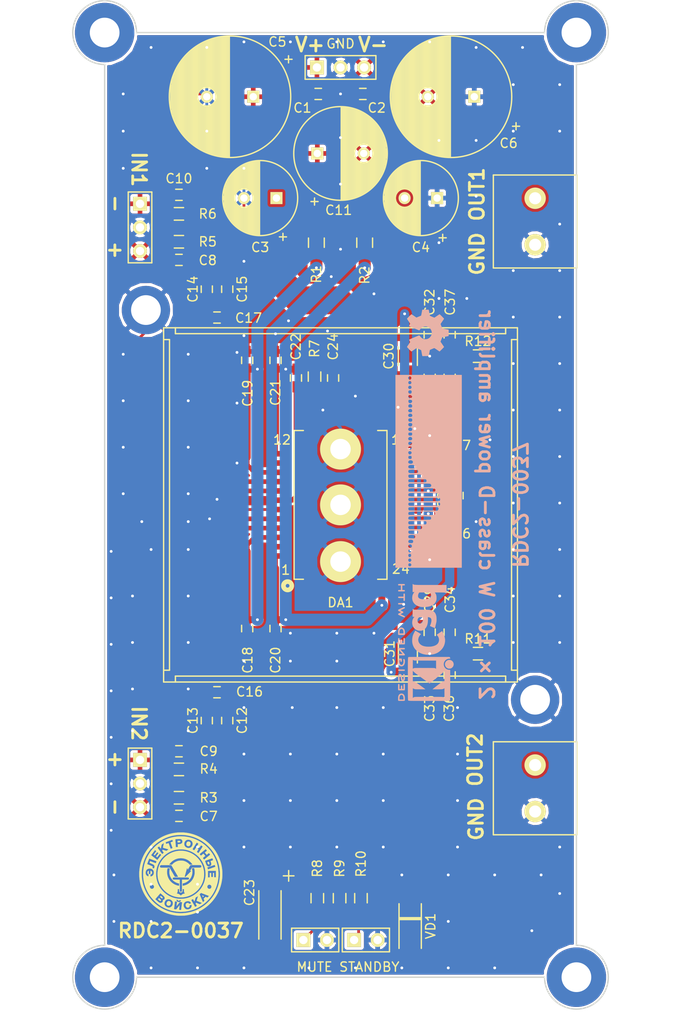
<source format=kicad_pcb>
(kicad_pcb (version 4) (host pcbnew 4.0.2-stable)
  (layers (0 F.Cu signal) (31 B.Cu signal) (34 B.Paste user) (35 F.Paste user) (36 B.SilkS user) (37 F.SilkS user) (38 B.Mask user) (39 F.Mask user) (44 Edge.Cuts user))
  (net 0 "")
  (net 1 GND)
  (net 2 VA+)
  (net 3 VA-)
  (net 4 "Net-(C7-Pad1)")
  (net 5 "Net-(C8-Pad1)")
  (net 6 "Net-(C23-Pad1)")
  (net 7 "Net-(C9-Pad1)")
  (net 8 "Net-(C10-Pad1)")
  (net 9 "Net-(C13-Pad1)")
  (net 10 "Net-(C15-Pad2)")
  (net 11 "Net-(C25-Pad1)")
  (net 12 VP+)
  (net 13 VP-)
  (net 14 "Net-(C12-Pad1)")
  (net 15 "Net-(C12-Pad2)")
  (net 16 "Net-(C13-Pad2)")
  (net 17 "Net-(C14-Pad1)")
  (net 18 "Net-(C14-Pad2)")
  (net 19 "Net-(C15-Pad1)")
  (net 20 "Net-(C22-Pad1)")
  (net 21 "Net-(C24-Pad1)")
  (net 22 "Net-(C26-Pad1)")
  (net 23 "Net-(C26-Pad2)")
  (net 24 "Net-(C27-Pad1)")
  (net 25 "Net-(C27-Pad2)")
  (net 26 "Net-(C34-Pad1)")
  (net 27 "Net-(C35-Pad1)")
  (net 28 "Net-(R8-Pad1)")
  (net 29 "Net-(R10-Pad1)")
  (module Mounting_Holes:MountingHole_2.2mm_M2_Pad (layer F.Cu) (at 125.4 85.3)
    (fp_text reference GND_HOLE hide)
    (fp_text value MountingHole_2.2mm_M2_Pad)
    (pad 1 thru_hole circle (at 0 0) (size 4.4 4.4) (drill 2.2) (layers *.Cu *.Mask F.SilkS) (net 1 GND))
  )
  (module Mounting_Holes:MountingHole_2.2mm_M2_Pad (layer F.Cu) (at 125.4 73.2)
    (fp_text reference GND_HOLE hide)
    (fp_text value MountingHole_2.2mm_M2_Pad)
    (pad 1 thru_hole circle (at 0 0) (size 4.4 4.4) (drill 2.2) (layers *.Cu *.Mask F.SilkS) (net 1 GND))
  )
  (module Heatsinks:Heatsink_37x37mm_SpringFixation (layer F.Cu) (at 125.4 79.2)
    (fp_text reference HeatSink hide)
    (fp_text value Heatsink_37x37mm_SpringFixation)
    (pad 1 thru_hole circle (at 20.955 20.955) (size 5.2 5.2) (drill 3.2) (layers *.Cu *.Mask) (net 1 GND))
    (pad 1 thru_hole circle (at -20.955 -20.955) (size 5.2 5.2) (drill 3.2) (layers *.Cu *.Mask) (net 1 GND))
  )
  (module Mounting_Holes:MountingHole_3.2mm_M3_Pad (layer F.Cu) (at 150.8 28.4)
    (fp_text reference REF** hide)
    (fp_text value MountingHole_3.2mm_M3_Pad)
    (pad 1 thru_hole circle (at 0 0) (size 6.4 6.4) (drill 3.2) (layers *.Cu *.Mask))
  )
  (module Mounting_Holes:MountingHole_3.2mm_M3_Pad (layer F.Cu) (at 100 28.4)
    (fp_text reference REF** hide)
    (fp_text value MountingHole_3.2mm_M3_Pad)
    (pad 1 thru_hole circle (at 0 0) (size 6.4 6.4) (drill 3.2) (layers *.Cu *.Mask))
  )
  (module Mounting_Holes:MountingHole_3.2mm_M3_Pad (layer F.Cu) (at 100 130)
    (fp_text reference REF** hide)
    (fp_text value MountingHole_3.2mm_M3_Pad)
    (pad 1 thru_hole circle (at 0 0) (size 6.4 6.4) (drill 3.2) (layers *.Cu *.Mask))
  )
  (module Mounting_Holes:MountingHole_3.2mm_M3_Pad (layer F.Cu) (at 150.8 130)
    (fp_text reference REF** hide)
    (fp_text value MountingHole_3.2mm_M3_Pad)
    (pad 1 thru_hole circle (at 0 0) (size 6.4 6.4) (drill 3.2) (layers *.Cu *.Mask))
  )
  (module Capacitors_SMD:C_0603_HandSoldering (layer F.Cu) (at 123 35)
    (fp_text reference C1 (at -1.7 1.5) (layer F.SilkS))
    (fp_text value C)
    (pad 1 smd rect (at -0.95 0) (size 1.2 0.75) (layers F.Cu F.Paste F.Mask) (net 12 VP+))
    (pad 2 smd rect (at 0.95 0) (size 1.2 0.75) (layers F.Cu F.Paste F.Mask) (net 1 GND))
  )
  (module Capacitors_SMD:C_0603_HandSoldering (layer F.Cu) (at 127.8 35)
    (fp_text reference C2 (at 1.5 1.5) (layer F.SilkS))
    (fp_text value C)
    (pad 1 smd rect (at -0.95 0) (size 1.2 0.75) (layers F.Cu F.Paste F.Mask) (net 1 GND))
    (pad 2 smd rect (at 0.95 0) (size 1.2 0.75) (layers F.Cu F.Paste F.Mask) (net 13 VP-))
  )
  (module Capacitors_ThroughHole:C_Radial_D8_L11.5_P3.5 (layer F.Cu) (at 118.5 46.2 180)
    (fp_text reference C3 (at 1.75 -5.3 180) (layer F.SilkS))
    (fp_text value CP)
    (pad 2 thru_hole circle (at 3.5 0 180) (size 1.3 1.3) (drill 0.8) (layers *.Cu *.Mask F.SilkS) (net 1 GND))
    (pad 1 thru_hole rect (at 0 0 180) (size 1.3 1.3) (drill 0.8) (layers *.Cu *.Mask F.SilkS) (net 12 VP+))
  )
  (module Capacitors_ThroughHole:C_Radial_D8_L11.5_P3.5 (layer F.Cu) (at 135.8 46.2 180)
    (fp_text reference C4 (at 1.75 -5.3 180) (layer F.SilkS))
    (fp_text value CP)
    (pad 2 thru_hole circle (at 3.5 0 180) (size 1.3 1.3) (drill 0.8) (layers *.Cu *.Mask F.SilkS) (net 13 VP-))
    (pad 1 thru_hole rect (at 0 0 180) (size 1.3 1.3) (drill 0.8) (layers *.Cu *.Mask F.SilkS) (net 1 GND))
  )
  (module Capacitors_ThroughHole:C_Radial_D13_L21_P5 (layer F.Cu) (at 116 35.3 180)
    (fp_text reference C5 (at -2.6 5.9 180) (layer F.SilkS))
    (fp_text value CP)
    (pad 1 thru_hole rect (at 0 0 180) (size 1.3 1.3) (drill 0.8) (layers *.Cu *.Mask F.SilkS) (net 12 VP+))
    (pad 2 thru_hole circle (at 5 0 180) (size 1.3 1.3) (drill 0.8) (layers *.Cu *.Mask F.SilkS) (net 1 GND))
  )
  (module Capacitors_ThroughHole:C_Radial_D13_L21_P5 (layer F.Cu) (at 139.8 35.3 180)
    (fp_text reference C6 (at -3.7 -5 180) (layer F.SilkS))
    (fp_text value CP)
    (pad 1 thru_hole rect (at 0 0 180) (size 1.3 1.3) (drill 0.8) (layers *.Cu *.Mask F.SilkS) (net 1 GND))
    (pad 2 thru_hole circle (at 5 0 180) (size 1.3 1.3) (drill 0.8) (layers *.Cu *.Mask F.SilkS) (net 13 VP-))
  )
  (module Capacitors_SMD:C_0603_HandSoldering (layer F.Cu) (at 108 112.65)
    (fp_text reference C7 (at 3.2 0.05) (layer F.SilkS))
    (fp_text value C)
    (pad 1 smd rect (at -0.95 0) (size 1.2 0.75) (layers F.Cu F.Paste F.Mask) (net 4 "Net-(C7-Pad1)"))
    (pad 2 smd rect (at 0.95 0) (size 1.2 0.75) (layers F.Cu F.Paste F.Mask) (net 1 GND))
  )
  (module Capacitors_SMD:C_0603_HandSoldering (layer F.Cu) (at 108 52.85)
    (fp_text reference C8 (at 3.1 0.05) (layer F.SilkS))
    (fp_text value C)
    (pad 1 smd rect (at -0.95 0) (size 1.2 0.75) (layers F.Cu F.Paste F.Mask) (net 5 "Net-(C8-Pad1)"))
    (pad 2 smd rect (at 0.95 0) (size 1.2 0.75) (layers F.Cu F.Paste F.Mask) (net 1 GND))
  )
  (module Capacitors_SMD:C_0603_HandSoldering (layer F.Cu) (at 108 105.7)
    (fp_text reference C9 (at 3.2 0) (layer F.SilkS))
    (fp_text value C)
    (pad 1 smd rect (at -0.95 0) (size 1.2 0.75) (layers F.Cu F.Paste F.Mask) (net 7 "Net-(C9-Pad1)"))
    (pad 2 smd rect (at 0.95 0) (size 1.2 0.75) (layers F.Cu F.Paste F.Mask) (net 1 GND))
  )
  (module Capacitors_SMD:C_0603_HandSoldering (layer F.Cu) (at 108 45.85)
    (fp_text reference C10 (at 0 -1.75) (layer F.SilkS))
    (fp_text value C)
    (pad 1 smd rect (at -0.95 0) (size 1.2 0.75) (layers F.Cu F.Paste F.Mask) (net 8 "Net-(C10-Pad1)"))
    (pad 2 smd rect (at 0.95 0) (size 1.2 0.75) (layers F.Cu F.Paste F.Mask) (net 1 GND))
  )
  (module Capacitors_ThroughHole:C_Radial_D10_L20_P5 (layer F.Cu) (at 122.9 41.4)
    (fp_text reference C11 (at 2.3 6.1) (layer F.SilkS))
    (fp_text value CP)
    (pad 1 thru_hole rect (at 0 0) (size 1.3 1.3) (drill 0.8) (layers *.Cu *.Mask F.SilkS) (net 12 VP+))
    (pad 2 thru_hole circle (at 5 0) (size 1.3 1.3) (drill 0.8) (layers *.Cu *.Mask F.SilkS) (net 13 VP-))
  )
  (module Capacitors_SMD:C_0603_HandSoldering (layer F.Cu) (at 113.2 102.4 270)
    (fp_text reference C12 (at 0 -1.6 270) (layer F.SilkS))
    (fp_text value C)
    (pad 1 smd rect (at -0.95 0 270) (size 1.2 0.75) (layers F.Cu F.Paste F.Mask) (net 14 "Net-(C12-Pad1)"))
    (pad 2 smd rect (at 0.95 0 270) (size 1.2 0.75) (layers F.Cu F.Paste F.Mask) (net 15 "Net-(C12-Pad2)"))
  )
  (module Capacitors_SMD:C_0603_HandSoldering (layer F.Cu) (at 111 102.4 270)
    (fp_text reference C13 (at 0 1.5 270) (layer F.SilkS))
    (fp_text value C)
    (pad 1 smd rect (at -0.95 0 270) (size 1.2 0.75) (layers F.Cu F.Paste F.Mask) (net 9 "Net-(C13-Pad1)"))
    (pad 2 smd rect (at 0.95 0 270) (size 1.2 0.75) (layers F.Cu F.Paste F.Mask) (net 16 "Net-(C13-Pad2)"))
  )
  (module Capacitors_SMD:C_0603_HandSoldering (layer F.Cu) (at 111 56 90)
    (fp_text reference C14 (at 0 -1.5 90) (layer F.SilkS))
    (fp_text value C)
    (pad 1 smd rect (at -0.95 0 90) (size 1.2 0.75) (layers F.Cu F.Paste F.Mask) (net 17 "Net-(C14-Pad1)"))
    (pad 2 smd rect (at 0.95 0 90) (size 1.2 0.75) (layers F.Cu F.Paste F.Mask) (net 18 "Net-(C14-Pad2)"))
  )
  (module Capacitors_SMD:C_0603_HandSoldering (layer F.Cu) (at 113.2 56 90)
    (fp_text reference C15 (at 0 1.6 90) (layer F.SilkS))
    (fp_text value C)
    (pad 1 smd rect (at -0.95 0 90) (size 1.2 0.75) (layers F.Cu F.Paste F.Mask) (net 19 "Net-(C15-Pad1)"))
    (pad 2 smd rect (at 0.95 0 90) (size 1.2 0.75) (layers F.Cu F.Paste F.Mask) (net 10 "Net-(C15-Pad2)"))
  )
  (module Capacitors_SMD:C_0603_HandSoldering (layer F.Cu) (at 112.1 99.35 180)
    (fp_text reference C16 (at -3.5 0.05 180) (layer F.SilkS))
    (fp_text value C)
    (pad 1 smd rect (at -0.95 0 180) (size 1.2 0.75) (layers F.Cu F.Paste F.Mask) (net 14 "Net-(C12-Pad1)"))
    (pad 2 smd rect (at 0.95 0 180) (size 1.2 0.75) (layers F.Cu F.Paste F.Mask) (net 9 "Net-(C13-Pad1)"))
  )
  (module Capacitors_SMD:C_0603_HandSoldering (layer F.Cu) (at 112.1 59.05)
    (fp_text reference C17 (at 3.4 0.05) (layer F.SilkS))
    (fp_text value C)
    (pad 1 smd rect (at -0.95 0) (size 1.2 0.75) (layers F.Cu F.Paste F.Mask) (net 17 "Net-(C14-Pad1)"))
    (pad 2 smd rect (at 0.95 0) (size 1.2 0.75) (layers F.Cu F.Paste F.Mask) (net 19 "Net-(C15-Pad1)"))
  )
  (module Capacitors_SMD:C_0603_HandSoldering (layer F.Cu) (at 115.35 92.5 270)
    (fp_text reference C18 (at 3.4 -0.05 270) (layer F.SilkS))
    (fp_text value C)
    (pad 1 smd rect (at -0.95 0 270) (size 1.2 0.75) (layers F.Cu F.Paste F.Mask) (net 2 VA+))
    (pad 2 smd rect (at 0.95 0 270) (size 1.2 0.75) (layers F.Cu F.Paste F.Mask) (net 1 GND))
  )
  (module Capacitors_SMD:C_0603_HandSoldering (layer F.Cu) (at 115.35 63.65 90)
    (fp_text reference C19 (at -3.55 0.05 90) (layer F.SilkS))
    (fp_text value C)
    (pad 1 smd rect (at -0.95 0 90) (size 1.2 0.75) (layers F.Cu F.Paste F.Mask) (net 2 VA+))
    (pad 2 smd rect (at 0.95 0 90) (size 1.2 0.75) (layers F.Cu F.Paste F.Mask) (net 1 GND))
  )
  (module Capacitors_SMD:C_0603_HandSoldering (layer F.Cu) (at 118.4 92.5 270)
    (fp_text reference C20 (at 3.4 0 270) (layer F.SilkS))
    (fp_text value C)
    (pad 1 smd rect (at -0.95 0 270) (size 1.2 0.75) (layers F.Cu F.Paste F.Mask) (net 3 VA-))
    (pad 2 smd rect (at 0.95 0 270) (size 1.2 0.75) (layers F.Cu F.Paste F.Mask) (net 1 GND))
  )
  (module Capacitors_SMD:C_0603_HandSoldering (layer F.Cu) (at 118.4 63.65 90)
    (fp_text reference C21 (at -3.45 0 90) (layer F.SilkS))
    (fp_text value C)
    (pad 1 smd rect (at -0.95 0 90) (size 1.2 0.75) (layers F.Cu F.Paste F.Mask) (net 3 VA-))
    (pad 2 smd rect (at 0.95 0 90) (size 1.2 0.75) (layers F.Cu F.Paste F.Mask) (net 1 GND))
  )
  (module Capacitors_SMD:C_0603_HandSoldering (layer F.Cu) (at 120.6 65.55 90)
    (fp_text reference C22 (at 3.35 0 90) (layer F.SilkS))
    (fp_text value C)
    (pad 1 smd rect (at -0.95 0 90) (size 1.2 0.75) (layers F.Cu F.Paste F.Mask) (net 20 "Net-(C22-Pad1)"))
    (pad 2 smd rect (at 0.95 0 90) (size 1.2 0.75) (layers F.Cu F.Paste F.Mask) (net 3 VA-))
  )
  (module NewComponents:TantalC_SizeA_EIA-3216_HandSoldering_mm (layer F.Cu) (at 117.8 123.3 270)
    (fp_text reference C23 (at -2.4 2.2 270) (layer F.SilkS))
    (fp_text value CP)
    (fp_text user + (at -4.2 -1.9 270) (layer F.SilkS) (effects (font (size 1.5 1.5))))
    (pad 2 smd rect (at 1.99898 0 270) (size 3 1.5) (layers F.Cu F.Paste F.Mask) (net 1 GND))
    (pad 1 smd rect (at -1.99898 0 270) (size 3 1.5) (layers F.Cu F.Paste F.Mask) (net 6 "Net-(C23-Pad1)"))
  )
  (module Capacitors_SMD:C_0603_HandSoldering (layer F.Cu) (at 124.6 65.55 90)
    (fp_text reference C24 (at 3.35 0 90) (layer F.SilkS))
    (fp_text value C)
    (pad 1 smd rect (at -0.95 0 90) (size 1.2 0.75) (layers F.Cu F.Paste F.Mask) (net 21 "Net-(C24-Pad1)"))
    (pad 2 smd rect (at 0.95 0 90) (size 1.2 0.75) (layers F.Cu F.Paste F.Mask) (net 3 VA-))
  )
  (module Capacitors_SMD:C_0603_HandSoldering (layer F.Cu) (at 138 78.2 90)
    (fp_text reference C25 (at 0 -1.6 90) (layer F.SilkS))
    (fp_text value C)
    (pad 1 smd rect (at -0.95 0 90) (size 1.2 0.75) (layers F.Cu F.Paste F.Mask) (net 11 "Net-(C25-Pad1)"))
    (pad 2 smd rect (at 0.95 0 90) (size 1.2 0.75) (layers F.Cu F.Paste F.Mask) (net 13 VP-))
  )
  (module Capacitors_SMD:C_0603_HandSoldering (layer F.Cu) (at 138 83.9)
    (fp_text reference C26 (at 0 -1.6) (layer F.SilkS))
    (fp_text value C)
    (pad 1 smd rect (at -0.95 0) (size 1.2 0.75) (layers F.Cu F.Paste F.Mask) (net 22 "Net-(C26-Pad1)"))
    (pad 2 smd rect (at 0.95 0) (size 1.2 0.75) (layers F.Cu F.Paste F.Mask) (net 23 "Net-(C26-Pad2)"))
  )
  (module Capacitors_SMD:C_0603_HandSoldering (layer F.Cu) (at 138 74.5 180)
    (fp_text reference C27 (at 0 1.7 180) (layer F.SilkS))
    (fp_text value C)
    (pad 1 smd rect (at -0.95 0 180) (size 1.2 0.75) (layers F.Cu F.Paste F.Mask) (net 24 "Net-(C27-Pad1)"))
    (pad 2 smd rect (at 0.95 0 180) (size 1.2 0.75) (layers F.Cu F.Paste F.Mask) (net 25 "Net-(C27-Pad2)"))
  )
  (module Capacitors_SMD:C_0603_HandSoldering (layer F.Cu) (at 135 65.5 90)
    (fp_text reference C28 (at -3.4 0 90) (layer F.SilkS))
    (fp_text value C)
    (pad 1 smd rect (at -0.95 0 90) (size 1.2 0.75) (layers F.Cu F.Paste F.Mask) (net 12 VP+))
    (pad 2 smd rect (at 0.95 0 90) (size 1.2 0.75) (layers F.Cu F.Paste F.Mask) (net 1 GND))
  )
  (module Capacitors_SMD:C_0603_HandSoldering (layer F.Cu) (at 135 92.9 270)
    (fp_text reference C29 (at -3.5 0 270) (layer F.SilkS))
    (fp_text value C)
    (pad 1 smd rect (at -0.95 0 270) (size 1.2 0.75) (layers F.Cu F.Paste F.Mask) (net 12 VP+))
    (pad 2 smd rect (at 0.95 0 270) (size 1.2 0.75) (layers F.Cu F.Paste F.Mask) (net 1 GND))
  )
  (module Capacitors_SMD:C_0603_HandSoldering (layer F.Cu) (at 135 60.9 270)
    (fp_text reference C32 (at -3.5 0 270) (layer F.SilkS))
    (fp_text value C)
    (pad 1 smd rect (at -0.95 0 270) (size 1.2 0.75) (layers F.Cu F.Paste F.Mask) (net 13 VP-))
    (pad 2 smd rect (at 0.95 0 270) (size 1.2 0.75) (layers F.Cu F.Paste F.Mask) (net 1 GND))
  )
  (module Capacitors_SMD:C_0603_HandSoldering (layer F.Cu) (at 135 97.5 90)
    (fp_text reference C33 (at -3.6 0 90) (layer F.SilkS))
    (fp_text value C)
    (pad 1 smd rect (at -0.95 0 90) (size 1.2 0.75) (layers F.Cu F.Paste F.Mask) (net 13 VP-))
    (pad 2 smd rect (at 0.95 0 90) (size 1.2 0.75) (layers F.Cu F.Paste F.Mask) (net 1 GND))
  )
  (module Capacitors_SMD:C_0603_HandSoldering (layer F.Cu) (at 137.15 92.9 90)
    (fp_text reference C34 (at 3.5 0.05 90) (layer F.SilkS))
    (fp_text value C)
    (pad 1 smd rect (at -0.95 0 90) (size 1.2 0.75) (layers F.Cu F.Paste F.Mask) (net 26 "Net-(C34-Pad1)"))
    (pad 2 smd rect (at 0.95 0 90) (size 1.2 0.75) (layers F.Cu F.Paste F.Mask) (net 12 VP+))
  )
  (module Capacitors_SMD:C_0603_HandSoldering (layer F.Cu) (at 137.15 65.5 270)
    (fp_text reference C35 (at 3.4 -0.05 270) (layer F.SilkS))
    (fp_text value C)
    (pad 1 smd rect (at -0.95 0 270) (size 1.2 0.75) (layers F.Cu F.Paste F.Mask) (net 27 "Net-(C35-Pad1)"))
    (pad 2 smd rect (at 0.95 0 270) (size 1.2 0.75) (layers F.Cu F.Paste F.Mask) (net 12 VP+))
  )
  (module Capacitors_SMD:C_0603_HandSoldering (layer F.Cu) (at 137.15 97.5 270)
    (fp_text reference C36 (at 3.6 0.05 270) (layer F.SilkS))
    (fp_text value C)
    (pad 1 smd rect (at -0.95 0 270) (size 1.2 0.75) (layers F.Cu F.Paste F.Mask) (net 26 "Net-(C34-Pad1)"))
    (pad 2 smd rect (at 0.95 0 270) (size 1.2 0.75) (layers F.Cu F.Paste F.Mask) (net 13 VP-))
  )
  (module Capacitors_SMD:C_0603_HandSoldering (layer F.Cu) (at 137.15 60.9 90)
    (fp_text reference C37 (at 3.5 0.05 90) (layer F.SilkS))
    (fp_text value C)
    (pad 1 smd rect (at -0.95 0 90) (size 1.2 0.75) (layers F.Cu F.Paste F.Mask) (net 27 "Net-(C35-Pad1)"))
    (pad 2 smd rect (at 0.95 0 90) (size 1.2 0.75) (layers F.Cu F.Paste F.Mask) (net 13 VP-))
  )
  (module NewComponents:HSOP24 (layer F.Cu) (at 125.4 79.2 180)
    (fp_text reference DA1 (at 0 -10.5 180) (layer F.SilkS))
    (fp_text value TDA8920)
    (fp_text user 13 (at -6.4 7 180) (layer F.SilkS))
    (fp_text user 24 (at -6.5 -6.9 180) (layer F.SilkS))
    (fp_text user 12 (at 6.3 7 180) (layer F.SilkS))
    (fp_text user 1 (at 5.9 -7 180) (layer F.SilkS))
    (pad 1 smd rect (at 6.65 -5.5 180) (size 2 0.6) (layers F.Cu F.Paste F.Mask) (net 3 VA-))
    (pad 2 smd rect (at 6.65 -4.5 180) (size 2 0.6) (layers F.Cu F.Paste F.Mask) (net 1 GND))
    (pad 3 smd rect (at 6.65 -3.5 180) (size 2 0.6) (layers F.Cu F.Paste F.Mask) (net 2 VA+))
    (pad 4 smd rect (at 6.65 -2.5 180) (size 2 0.6) (layers F.Cu F.Paste F.Mask) (net 14 "Net-(C12-Pad1)"))
    (pad 5 smd rect (at 6.65 -1.5 180) (size 2 0.6) (layers F.Cu F.Paste F.Mask) (net 9 "Net-(C13-Pad1)"))
    (pad 6 smd rect (at 6.65 -0.5 180) (size 2 0.6) (layers F.Cu F.Paste F.Mask) (net 6 "Net-(C23-Pad1)"))
    (pad 7 smd rect (at 6.65 0.5 180) (size 2 0.6) (layers F.Cu F.Paste F.Mask) (net 20 "Net-(C22-Pad1)"))
    (pad 8 smd rect (at 6.65 1.5 180) (size 2 0.6) (layers F.Cu F.Paste F.Mask) (net 17 "Net-(C14-Pad1)"))
    (pad 9 smd rect (at 6.65 2.5 180) (size 2 0.6) (layers F.Cu F.Paste F.Mask) (net 19 "Net-(C15-Pad1)"))
    (pad 10 smd rect (at 6.65 3.5 180) (size 2 0.6) (layers F.Cu F.Paste F.Mask) (net 2 VA+))
    (pad 11 smd rect (at 6.65 4.5 180) (size 2 0.6) (layers F.Cu F.Paste F.Mask) (net 1 GND))
    (pad 12 smd rect (at 6.65 5.5 180) (size 2 0.6) (layers F.Cu F.Paste F.Mask) (net 3 VA-))
    (pad 24 smd rect (at -6.65 -5.5 180) (size 2 0.6) (layers F.Cu F.Paste F.Mask) (net 3 VA-))
    (pad 23 smd rect (at -6.65 -4.5 180) (size 2 0.6) (layers F.Cu F.Paste F.Mask) (net 12 VP+))
    (pad 22 smd rect (at -6.65 -3.5 180) (size 2 0.6) (layers F.Cu F.Paste F.Mask) (net 22 "Net-(C26-Pad1)"))
    (pad 21 smd rect (at -6.65 -2.5 180) (size 2 0.6) (layers F.Cu F.Paste F.Mask) (net 23 "Net-(C26-Pad2)"))
    (pad 20 smd rect (at -6.65 -1.5 180) (size 2 0.6) (layers F.Cu F.Paste F.Mask) (net 13 VP-))
    (pad 19 smd rect (at -6.65 -0.5 180) (size 2 0.6) (layers F.Cu F.Paste F.Mask) (net 3 VA-))
    (pad 18 smd rect (at -6.65 0.5 180) (size 2 0.6) (layers F.Cu F.Paste F.Mask) (net 11 "Net-(C25-Pad1)"))
    (pad 17 smd rect (at -6.65 1.5 180) (size 2 0.6) (layers F.Cu F.Paste F.Mask) (net 13 VP-))
    (pad 16 smd rect (at -6.65 2.5 180) (size 2 0.6) (layers F.Cu F.Paste F.Mask) (net 24 "Net-(C27-Pad1)"))
    (pad 15 smd rect (at -6.65 3.5 180) (size 2 0.6) (layers F.Cu F.Paste F.Mask) (net 25 "Net-(C27-Pad2)"))
    (pad 14 smd rect (at -6.65 4.5 180) (size 2 0.6) (layers F.Cu F.Paste F.Mask) (net 12 VP+))
    (pad 13 smd rect (at -6.65 5.5 180) (size 2 0.6) (layers F.Cu F.Paste F.Mask) (net 21 "Net-(C24-Pad1)"))
    (pad 25 smd rect (at 0 0) (size 6.4 18) (layers F.Cu F.Paste F.Mask) (net 1 GND))
  )
  (module Capacitors_SMD:C_0805_HandSoldering (layer F.Cu) (at 122.8 51 270)
    (fp_text reference R1 (at 3.4 0 270) (layer F.SilkS))
    (fp_text value R)
    (pad 1 smd rect (at -1.25 0 270) (size 1.5 1.25) (layers F.Cu F.Paste F.Mask) (net 12 VP+))
    (pad 2 smd rect (at 1.25 0 270) (size 1.5 1.25) (layers F.Cu F.Paste F.Mask) (net 2 VA+))
  )
  (module Capacitors_SMD:C_0805_HandSoldering (layer F.Cu) (at 128 51 270)
    (fp_text reference R2 (at 3.5 0 270) (layer F.SilkS))
    (fp_text value R)
    (pad 1 smd rect (at -1.25 0 270) (size 1.5 1.25) (layers F.Cu F.Paste F.Mask) (net 13 VP-))
    (pad 2 smd rect (at 1.25 0 270) (size 1.5 1.25) (layers F.Cu F.Paste F.Mask) (net 3 VA-))
  )
  (module Resistors_SMD:R_0603_HandSoldering (layer F.Cu) (at 108 110.7 180)
    (fp_text reference R3 (at -3.2 0 180) (layer F.SilkS))
    (fp_text value R)
    (pad 1 smd rect (at -1.1 0 180) (size 1.2 0.9) (layers F.Cu F.Paste F.Mask) (net 15 "Net-(C12-Pad2)"))
    (pad 2 smd rect (at 1.1 0 180) (size 1.2 0.9) (layers F.Cu F.Paste F.Mask) (net 4 "Net-(C7-Pad1)"))
  )
  (module Resistors_SMD:R_0603_HandSoldering (layer F.Cu) (at 108 107.65 180)
    (fp_text reference R4 (at -3.2 0.05 180) (layer F.SilkS))
    (fp_text value R)
    (pad 1 smd rect (at -1.1 0 180) (size 1.2 0.9) (layers F.Cu F.Paste F.Mask) (net 16 "Net-(C13-Pad2)"))
    (pad 2 smd rect (at 1.1 0 180) (size 1.2 0.9) (layers F.Cu F.Paste F.Mask) (net 7 "Net-(C9-Pad1)"))
  )
  (module Resistors_SMD:R_0603_HandSoldering (layer F.Cu) (at 108 50.9 180)
    (fp_text reference R5 (at -3.1 0 180) (layer F.SilkS))
    (fp_text value R)
    (pad 1 smd rect (at -1.1 0 180) (size 1.2 0.9) (layers F.Cu F.Paste F.Mask) (net 18 "Net-(C14-Pad2)"))
    (pad 2 smd rect (at 1.1 0 180) (size 1.2 0.9) (layers F.Cu F.Paste F.Mask) (net 5 "Net-(C8-Pad1)"))
  )
  (module Resistors_SMD:R_0603_HandSoldering (layer F.Cu) (at 108 47.9 180)
    (fp_text reference R6 (at -3.1 0 180) (layer F.SilkS))
    (fp_text value R)
    (pad 1 smd rect (at -1.1 0 180) (size 1.2 0.9) (layers F.Cu F.Paste F.Mask) (net 10 "Net-(C15-Pad2)"))
    (pad 2 smd rect (at 1.1 0 180) (size 1.2 0.9) (layers F.Cu F.Paste F.Mask) (net 8 "Net-(C10-Pad1)"))
  )
  (module Resistors_SMD:R_0603_HandSoldering (layer F.Cu) (at 122.6 65.4 90)
    (fp_text reference R7 (at 3 0 90) (layer F.SilkS))
    (fp_text value R)
    (pad 1 smd rect (at -1.1 0 90) (size 1.2 0.9) (layers F.Cu F.Paste F.Mask) (net 20 "Net-(C22-Pad1)"))
    (pad 2 smd rect (at 1.1 0 90) (size 1.2 0.9) (layers F.Cu F.Paste F.Mask) (net 3 VA-))
  )
  (module Resistors_SMD:R_0603_HandSoldering (layer F.Cu) (at 122.9 121.5 90)
    (fp_text reference R8 (at 3.2 0 90) (layer F.SilkS))
    (fp_text value R)
    (pad 1 smd rect (at -1.1 0 90) (size 1.2 0.9) (layers F.Cu F.Paste F.Mask) (net 28 "Net-(R8-Pad1)"))
    (pad 2 smd rect (at 1.1 0 90) (size 1.2 0.9) (layers F.Cu F.Paste F.Mask) (net 6 "Net-(C23-Pad1)"))
  )
  (module Resistors_SMD:R_0603_HandSoldering (layer F.Cu) (at 125.3 121.5 90)
    (fp_text reference R9 (at 3.2 0 90) (layer F.SilkS))
    (fp_text value R)
    (pad 1 smd rect (at -1.1 0 90) (size 1.2 0.9) (layers F.Cu F.Paste F.Mask) (net 29 "Net-(R10-Pad1)"))
    (pad 2 smd rect (at 1.1 0 90) (size 1.2 0.9) (layers F.Cu F.Paste F.Mask) (net 6 "Net-(C23-Pad1)"))
  )
  (module Resistors_SMD:R_0603_HandSoldering (layer F.Cu) (at 127.6 121.5 90)
    (fp_text reference R10 (at 3.7 0 90) (layer F.SilkS))
    (fp_text value R)
    (pad 1 smd rect (at -1.1 0 90) (size 1.2 0.9) (layers F.Cu F.Paste F.Mask) (net 29 "Net-(R10-Pad1)"))
    (pad 2 smd rect (at 1.1 0 90) (size 1.2 0.9) (layers F.Cu F.Paste F.Mask) (net 12 VP+))
  )
  (module Resistors_SMD:R_0603_HandSoldering (layer F.Cu) (at 140.2 95.2 180)
    (fp_text reference R11 (at 0 1.6 180) (layer F.SilkS))
    (fp_text value R)
    (pad 1 smd rect (at -1.1 0 180) (size 1.2 0.9) (layers F.Cu F.Paste F.Mask) (net 23 "Net-(C26-Pad2)"))
    (pad 2 smd rect (at 1.1 0 180) (size 1.2 0.9) (layers F.Cu F.Paste F.Mask) (net 26 "Net-(C34-Pad1)"))
  )
  (module Resistors_SMD:R_0603_HandSoldering (layer F.Cu) (at 140.2 63.2 180)
    (fp_text reference R12 (at 0 1.6 180) (layer F.SilkS))
    (fp_text value R)
    (pad 1 smd rect (at -1.1 0 180) (size 1.2 0.9) (layers F.Cu F.Paste F.Mask) (net 24 "Net-(C27-Pad1)"))
    (pad 2 smd rect (at 1.1 0 180) (size 1.2 0.9) (layers F.Cu F.Paste F.Mask) (net 27 "Net-(C35-Pad1)"))
  )
  (module NewComponents:Diode_SOD-80 (layer F.Cu) (at 132.9 124.5 270)
    (fp_text reference VD1 (at 0 -2.2 270) (layer F.SilkS))
    (fp_text value ZENER)
    (pad 2 smd rect (at 1.9 0 270) (size 1.1 1.7) (layers F.Cu F.Paste F.Mask) (net 1 GND))
    (pad 1 smd rect (at -1.9 0 270) (size 1.1 1.7) (layers F.Cu F.Paste F.Mask) (net 29 "Net-(R10-Pad1)"))
  )
  (module NewComponents:Pin_Header_Straight_1x03_mm (layer F.Cu) (at 122.86 32.15 90)
    (fp_text reference XP1 hide)
    (fp_text value CONN_01X03)
    (pad 1 thru_hole rect (at 0 0 90) (size 1.5 1.5) (drill 0.9) (layers *.Cu *.Mask F.SilkS) (net 12 VP+))
    (pad 2 thru_hole circle (at 0 2.54 90) (size 1.5 1.5) (drill 0.9) (layers *.Cu *.Mask F.SilkS) (net 1 GND))
    (pad 3 thru_hole circle (at 0 5.08 90) (size 1.5 1.5) (drill 0.9) (layers *.Cu *.Mask F.SilkS) (net 13 VP-))
  )
  (module NewComponents:Pin_Header_Straight_1x03_mm (layer F.Cu) (at 103.81 106.63)
    (fp_text reference XP2 hide)
    (fp_text value CONN_01X03)
    (pad 1 thru_hole rect (at 0 0) (size 1.5 1.5) (drill 0.9) (layers *.Cu *.Mask F.SilkS) (net 7 "Net-(C9-Pad1)"))
    (pad 2 thru_hole circle (at 0 2.54) (size 1.5 1.5) (drill 0.9) (layers *.Cu *.Mask F.SilkS) (net 1 GND))
    (pad 3 thru_hole circle (at 0 5.08) (size 1.5 1.5) (drill 0.9) (layers *.Cu *.Mask F.SilkS) (net 4 "Net-(C7-Pad1)"))
  )
  (module NewComponents:Pin_Header_Straight_1x03_mm (layer F.Cu) (at 103.81 46.815)
    (fp_text reference XP3 hide)
    (fp_text value CONN_01X03)
    (pad 1 thru_hole rect (at 0 0) (size 1.5 1.5) (drill 0.9) (layers *.Cu *.Mask F.SilkS) (net 8 "Net-(C10-Pad1)"))
    (pad 2 thru_hole circle (at 0 2.54) (size 1.5 1.5) (drill 0.9) (layers *.Cu *.Mask F.SilkS) (net 1 GND))
    (pad 3 thru_hole circle (at 0 5.08) (size 1.5 1.5) (drill 0.9) (layers *.Cu *.Mask F.SilkS) (net 5 "Net-(C8-Pad1)"))
  )
  (module NewComponents:Pin_Header_Straight_1x02_mm (layer F.Cu) (at 121.4 126 90)
    (fp_text reference XP4 hide)
    (fp_text value CONN_01X02)
    (pad 1 thru_hole rect (at 0 0 90) (size 1.5 1.5) (drill 0.9) (layers *.Cu *.Mask F.SilkS) (net 28 "Net-(R8-Pad1)"))
    (pad 2 thru_hole oval (at 0 2.54 90) (size 1.5 1.5) (drill 0.9) (layers *.Cu *.Mask F.SilkS) (net 1 GND))
  )
  (module NewComponents:Pin_Header_Straight_1x02_mm (layer F.Cu) (at 126.86 126 90)
    (fp_text reference XP5 hide)
    (fp_text value CONN_01X02)
    (pad 1 thru_hole rect (at 0 0 90) (size 1.5 1.5) (drill 0.9) (layers *.Cu *.Mask F.SilkS) (net 29 "Net-(R10-Pad1)"))
    (pad 2 thru_hole oval (at 0 2.54 90) (size 1.5 1.5) (drill 0.9) (layers *.Cu *.Mask F.SilkS) (net 1 GND))
  )
  (module NewComponents:Clem_2Pos_P5 (layer F.Cu) (at 146.355 109.68 270)
    (fp_text reference XS1 hide)
    (fp_text value CONN_01X02)
    (pad 2 thru_hole circle (at 2.5 0 270) (size 2.3 2.3) (drill 1.3) (layers *.Cu *.Mask F.SilkS) (net 1 GND))
    (pad 1 thru_hole circle (at -2.5 0 270) (size 2.3 2.3) (drill 1.3) (layers *.Cu *.Mask F.SilkS) (net 23 "Net-(C26-Pad2)"))
  )
  (module NewComponents:Clem_2Pos_P5 (layer F.Cu) (at 146.355 48.72 270)
    (fp_text reference XS2 hide)
    (fp_text value CONN_01X02)
    (pad 2 thru_hole circle (at 2.5 0 270) (size 2.3 2.3) (drill 1.3) (layers *.Cu *.Mask F.SilkS) (net 1 GND))
    (pad 1 thru_hole circle (at -2.5 0 270) (size 2.3 2.3) (drill 1.3) (layers *.Cu *.Mask F.SilkS) (net 24 "Net-(C27-Pad1)"))
  )
  (module Capacitors_SMD:C_1206_HandSoldering (layer F.Cu) (at 132.65 63.2 90)
    (fp_text reference C30 (at 0 -2.05 90) (layer F.SilkS))
    (fp_text value C)
    (pad 1 smd rect (at -2 0 90) (size 2 1.6) (layers F.Cu F.Paste F.Mask) (net 12 VP+))
    (pad 2 smd rect (at 2 0 90) (size 2 1.6) (layers F.Cu F.Paste F.Mask) (net 13 VP-))
  )
  (module Capacitors_SMD:C_1206_HandSoldering (layer F.Cu) (at 132.65 95.2 270)
    (fp_text reference C31 (at 0 1.95 270) (layer F.SilkS))
    (fp_text value C)
    (pad 1 smd rect (at -2 0 270) (size 2 1.6) (layers F.Cu F.Paste F.Mask) (net 12 VP+))
    (pad 2 smd rect (at 2 0 270) (size 2 1.6) (layers F.Cu F.Paste F.Mask) (net 13 VP-))
  )
  (module Mounting_Holes:MountingHole_2.2mm_M2_Pad (layer F.Cu) (at 125.4 79.2)
    (fp_text reference GND_HOLE hide)
    (fp_text value MountingHole_2.2mm_M2_Pad)
    (pad 1 thru_hole circle (at 0 0) (size 4.4 4.4) (drill 2.2) (layers *.Cu *.Mask F.SilkS) (net 1 GND))
  )
  (module NewComponents:RDC_PCB (layer F.Cu) (at 108.2 118.9)
    (fp_text reference G*** hide)
    (fp_text value LOGO hide)
  )
  (module NewComponents:Logo_silk_OSHW_6x6mm_ (layer B.Cu) (at 134.8 60.7 90)
    (fp_text reference G*** hide)
    (fp_text value LOGO hide)
  )
  (module NewComponents:KiCad-Logo2_6mm_SilkScreen (layer B.Cu) (at 134.6 94 90)
    (fp_text reference REF*** hide)
    (fp_text value KiCad-Logo2_6mm_SilkScreen hide)
  )
  (module NewComponents:graf (layer B.Cu) (at 134.9 75.6 90)
    (fp_text reference G*** hide)
    (fp_text value LOGO hide)
  )
  (gr_text "2 × 100 W class-D power amplifier" (at 141.1 79.2 270) (layer B.SilkS) (effects (font (size 1.5 1.5) (thickness 0.3)) (justify mirror)))
  (gr_text RDC2-0037 (at 144.7 79.2 270) (layer B.SilkS) (effects (font (size 1.5 1.5) (thickness 0.3)) (justify mirror)))
  (gr_text RDC2-0037 (at 108.2 125) (layer F.SilkS) (effects (font (size 1.5 1.5) (thickness 0.3))))
  (gr_text + (at 136.4 50.4) (layer F.SilkS) (effects (font (size 1 1))))
  (gr_text + (at 144.3 38.4) (layer F.SilkS) (effects (font (size 1 1))))
  (gr_text + (at 119.2 50.3) (layer F.SilkS) (effects (font (size 1 1))))
  (gr_text + (at 122.6 46.5) (layer F.SilkS) (effects (font (size 1 1))))
  (gr_text + (at 119.8 31.2) (layer F.SilkS) (effects (font (size 1 1))))
  (gr_text OUT1 (at 140.1 45.8 90) (layer F.SilkS) (effects (font (size 1.5 1.5) (thickness 0.3))))
  (gr_text GND (at 140.1 52.2 90) (layer F.SilkS) (effects (font (size 1.5 1.5) (thickness 0.3))))
  (gr_text GND (at 140 113 90) (layer F.SilkS) (effects (font (size 1.5 1.5) (thickness 0.3))))
  (gr_text OUT2 (at 139.9 106.6 90) (layer F.SilkS) (effects (font (size 1.5 1.5) (thickness 0.3))))
  (gr_text STANDBY (at 128.5 128.9) (layer F.SilkS) (effects (font (size 1 1))))
  (gr_text MUTE (at 122.6 128.9) (layer F.SilkS) (effects (font (size 1 1))))
  (gr_text - (at 101 111.7 90) (layer F.SilkS) (effects (font (size 1.5 1.5) (thickness 0.3))))
  (gr_text + (at 101 106.6 90) (layer F.SilkS) (effects (font (size 1.5 1.5) (thickness 0.3))))
  (gr_text IN2 (at 103.7 102.7 270) (layer F.SilkS) (effects (font (size 1.5 1.5) (thickness 0.3))))
  (gr_text - (at 101 46.8 90) (layer F.SilkS) (effects (font (size 1.5 1.5) (thickness 0.3))))
  (gr_text + (at 101.1 51.7) (layer F.SilkS) (effects (font (size 1.5 1.5) (thickness 0.3))))
  (gr_text IN1 (at 103.7 43.1 270) (layer F.SilkS) (effects (font (size 1.5 1.5) (thickness 0.3))))
  (gr_text GND (at 125.4 29.6) (layer F.SilkS) (effects (font (size 1 1))))
  (gr_text V- (at 128.9 29.7) (layer F.SilkS) (effects (font (size 1.5 1.5) (thickness 0.3))))
  (gr_text V+ (at 122.1 29.7) (layer F.SilkS) (effects (font (size 1.5 1.5) (thickness 0.3))))
  (gr_line (start 147.371 28.4) (end 103.429 28.4) (angle 90) (layer Edge.Cuts) (width 0.15))
  (gr_line (start 150.8 126.571) (end 150.8 31.829) (angle 90) (layer Edge.Cuts) (width 0.15))
  (gr_line (start 103.429 130) (end 147.371 130) (angle 90) (layer Edge.Cuts) (width 0.15))
  (gr_line (start 100 31.829) (end 100 126.571) (angle 90) (layer Edge.Cuts) (width 0.15))
  (gr_arc (start 100 130) (end 96.571 130) (angle 90) (layer Edge.Cuts) (width 0.15))
  (gr_arc (start 100 130) (end 100 133.429) (angle 90) (layer Edge.Cuts) (width 0.15))
  (gr_arc (start 100 130) (end 103.429 130) (angle 90) (layer Edge.Cuts) (width 0.15))
  (gr_arc (start 150.8 130) (end 150.8 133.429) (angle 90) (layer Edge.Cuts) (width 0.15))
  (gr_arc (start 150.8 130) (end 154.229 130) (angle 90) (layer Edge.Cuts) (width 0.15))
  (gr_arc (start 150.8 130) (end 150.8 126.571) (angle 90) (layer Edge.Cuts) (width 0.15))
  (gr_arc (start 150.8 28.4) (end 154.229 28.4) (angle 90) (layer Edge.Cuts) (width 0.15))
  (gr_arc (start 150.8 28.4) (end 150.8 24.971) (angle 90) (layer Edge.Cuts) (width 0.15))
  (gr_arc (start 150.8 28.4) (end 147.371 28.4) (angle 90) (layer Edge.Cuts) (width 0.15))
  (gr_arc (start 100 28.4) (end 100 24.971) (angle 90) (layer Edge.Cuts) (width 0.15))
  (gr_arc (start 100 28.4) (end 96.571 28.4) (angle 90) (layer Edge.Cuts) (width 0.15))
  (gr_arc (start 100 28.4) (end 100 31.829) (angle 90) (layer Edge.Cuts) (width 0.15))
  (segment (start 130 101) (end 138 101) (width 0.3) (layer F.Cu) (net 1))
  (via (at 137 124) (size 0.7) (drill 0.3) (layers F.Cu B.Cu) (net 1))
  (segment (start 137 124) (end 142 124) (width 0.3) (layer F.Cu) (net 1))
  (segment (start 142 124) (end 142 119) (width 0.3) (layer F.Cu) (net 1))
  (via (at 142 119) (size 0.7) (drill 0.3) (layers F.Cu B.Cu) (net 1))
  (segment (start 142 119) (end 147 119) (width 0.3) (layer B.Cu) (net 1))
  (via (at 147 119) (size 0.7) (drill 0.3) (layers F.Cu B.Cu) (net 1))
  (segment (start 147 119) (end 137 119) (width 0.3) (layer F.Cu) (net 1))
  (via (at 137 119) (size 0.7) (drill 0.3) (layers F.Cu B.Cu) (net 1))
  (segment (start 137 119) (end 132 119) (width 0.3) (layer B.Cu) (net 1))
  (via (at 132 119) (size 0.7) (drill 0.3) (layers F.Cu B.Cu) (net 1))
  (segment (start 132 119) (end 132 118) (width 0.3) (layer F.Cu) (net 1))
  (segment (start 132 118) (end 130 116) (width 0.3) (layer F.Cu) (net 1))
  (via (at 130 116) (size 0.7) (drill 0.3) (layers F.Cu B.Cu) (net 1))
  (segment (start 130 116) (end 130 111) (width 0.3) (layer B.Cu) (net 1))
  (via (at 130 111) (size 0.7) (drill 0.3) (layers F.Cu B.Cu) (net 1))
  (segment (start 130 111) (end 130 106) (width 0.3) (layer F.Cu) (net 1))
  (via (at 130 106) (size 0.7) (drill 0.3) (layers F.Cu B.Cu) (net 1))
  (segment (start 130 106) (end 130 101) (width 0.3) (layer B.Cu) (net 1))
  (via (at 130 101) (size 0.7) (drill 0.3) (layers F.Cu B.Cu) (net 1))
  (segment (start 137 129) (end 137 124) (width 0.3) (layer B.Cu) (net 1))
  (via (at 138 116) (size 0.7) (drill 0.3) (layers F.Cu B.Cu) (net 1))
  (segment (start 138 111) (end 138 116) (width 0.3) (layer B.Cu) (net 1))
  (via (at 138 111) (size 0.7) (drill 0.3) (layers F.Cu B.Cu) (net 1))
  (segment (start 138 106) (end 138 111) (width 0.3) (layer F.Cu) (net 1))
  (via (at 138 106) (size 0.7) (drill 0.3) (layers F.Cu B.Cu) (net 1))
  (segment (start 138 101) (end 138 106) (width 0.3) (layer B.Cu) (net 1))
  (via (at 138 101) (size 0.7) (drill 0.3) (layers F.Cu B.Cu) (net 1))
  (segment (start 146.355 112.18) (end 149 114.825) (width 0.3) (layer B.Cu) (net 1))
  (via (at 122 129) (size 0.7) (drill 0.3) (layers F.Cu B.Cu) (net 1))
  (segment (start 127 129) (end 122 129) (width 0.3) (layer F.Cu) (net 1))
  (via (at 127 129) (size 0.7) (drill 0.3) (layers F.Cu B.Cu) (net 1))
  (segment (start 132 129) (end 127 129) (width 0.3) (layer B.Cu) (net 1))
  (via (at 132 129) (size 0.7) (drill 0.3) (layers F.Cu B.Cu) (net 1))
  (segment (start 137 129) (end 132 129) (width 0.3) (layer F.Cu) (net 1))
  (via (at 137 129) (size 0.7) (drill 0.3) (layers F.Cu B.Cu) (net 1))
  (segment (start 142 129) (end 137 129) (width 0.3) (layer B.Cu) (net 1))
  (via (at 142 129) (size 0.7) (drill 0.3) (layers F.Cu B.Cu) (net 1))
  (segment (start 146 125) (end 142 129) (width 0.3) (layer F.Cu) (net 1))
  (via (at 146 125) (size 0.7) (drill 0.3) (layers F.Cu B.Cu) (net 1))
  (segment (start 149 122) (end 146 125) (width 0.3) (layer B.Cu) (net 1))
  (segment (start 149 121) (end 149 122) (width 0.3) (layer B.Cu) (net 1))
  (via (at 149 121) (size 0.7) (drill 0.3) (layers F.Cu B.Cu) (net 1))
  (segment (start 149 116) (end 149 121) (width 0.3) (layer F.Cu) (net 1))
  (via (at 149 116) (size 0.7) (drill 0.3) (layers F.Cu B.Cu) (net 1))
  (segment (start 149 114.825) (end 149 116) (width 0.3) (layer B.Cu) (net 1))
  (segment (start 117.8 125.29898) (end 112.29898 125.29898) (width 0.3) (layer F.Cu) (net 1))
  (via (at 105 120) (size 0.7) (drill 0.3) (layers F.Cu B.Cu) (net 1))
  (segment (start 108 123) (end 105 120) (width 0.3) (layer B.Cu) (net 1))
  (segment (start 110 123) (end 108 123) (width 0.3) (layer B.Cu) (net 1))
  (via (at 110 123) (size 0.7) (drill 0.3) (layers F.Cu B.Cu) (net 1))
  (segment (start 112.29898 125.29898) (end 110 123) (width 0.3) (layer F.Cu) (net 1))
  (segment (start 117.8 125.29898) (end 115.29898 125.29898) (width 0.3) (layer F.Cu) (net 1))
  (via (at 101 119) (size 0.7) (drill 0.3) (layers F.Cu B.Cu) (net 1))
  (segment (start 101 124) (end 101 119) (width 0.3) (layer B.Cu) (net 1))
  (via (at 101 124) (size 0.7) (drill 0.3) (layers F.Cu B.Cu) (net 1))
  (segment (start 105 124) (end 101 124) (width 0.3) (layer F.Cu) (net 1))
  (via (at 105 124) (size 0.7) (drill 0.3) (layers F.Cu B.Cu) (net 1))
  (segment (start 105 129) (end 105 124) (width 0.3) (layer B.Cu) (net 1))
  (via (at 105 129) (size 0.7) (drill 0.3) (layers F.Cu B.Cu) (net 1))
  (segment (start 110 129) (end 105 129) (width 0.3) (layer F.Cu) (net 1))
  (via (at 110 129) (size 0.7) (drill 0.3) (layers F.Cu B.Cu) (net 1))
  (segment (start 115 129) (end 110 129) (width 0.3) (layer B.Cu) (net 1))
  (via (at 115 129) (size 0.7) (drill 0.3) (layers F.Cu B.Cu) (net 1))
  (segment (start 115 125.59796) (end 115 129) (width 0.3) (layer F.Cu) (net 1))
  (segment (start 115.29898 125.29898) (end 115 125.59796) (width 0.3) (layer F.Cu) (net 1))
  (segment (start 110 116) (end 110 120) (width 0.3) (layer F.Cu) (net 1))
  (via (at 110 120) (size 0.7) (drill 0.3) (layers F.Cu B.Cu) (net 1))
  (segment (start 108.95 112.65) (end 113.35 112.65) (width 0.3) (layer F.Cu) (net 1))
  (via (at 105 116) (size 0.7) (drill 0.3) (layers F.Cu B.Cu) (net 1))
  (segment (start 110 116) (end 105 116) (width 0.3) (layer B.Cu) (net 1))
  (via (at 110 116) (size 0.7) (drill 0.3) (layers F.Cu B.Cu) (net 1))
  (segment (start 115 116) (end 110 116) (width 0.3) (layer F.Cu) (net 1))
  (via (at 115 116) (size 0.7) (drill 0.3) (layers F.Cu B.Cu) (net 1))
  (segment (start 120 116) (end 115 116) (width 0.3) (layer B.Cu) (net 1))
  (via (at 120 116) (size 0.7) (drill 0.3) (layers F.Cu B.Cu) (net 1))
  (segment (start 125 116) (end 120 116) (width 0.3) (layer F.Cu) (net 1))
  (via (at 125 116) (size 0.7) (drill 0.3) (layers F.Cu B.Cu) (net 1))
  (segment (start 125 111) (end 125 116) (width 0.3) (layer B.Cu) (net 1))
  (via (at 125 111) (size 0.7) (drill 0.3) (layers F.Cu B.Cu) (net 1))
  (segment (start 120 111) (end 125 111) (width 0.3) (layer F.Cu) (net 1))
  (via (at 120 111) (size 0.7) (drill 0.3) (layers F.Cu B.Cu) (net 1))
  (segment (start 115 111) (end 120 111) (width 0.3) (layer B.Cu) (net 1))
  (via (at 115 111) (size 0.7) (drill 0.3) (layers F.Cu B.Cu) (net 1))
  (segment (start 113.35 112.65) (end 115 111) (width 0.3) (layer F.Cu) (net 1))
  (segment (start 109 105.7) (end 117.8 105.7) (width 0.3) (layer B.Cu) (net 1))
  (segment (start 120.2 101) (end 120 101) (width 0.3) (layer F.Cu) (net 1))
  (via (at 120.2 101) (size 0.7) (drill 0.3) (layers F.Cu B.Cu) (net 1))
  (segment (start 120.2 103.3) (end 120.2 101) (width 0.3) (layer B.Cu) (net 1))
  (segment (start 117.8 105.7) (end 120.2 103.3) (width 0.3) (layer B.Cu) (net 1))
  (segment (start 125 106) (end 120 106) (width 0.3) (layer B.Cu) (net 1))
  (via (at 125 106) (size 0.7) (drill 0.3) (layers F.Cu B.Cu) (net 1))
  (segment (start 125 101) (end 125 106) (width 0.3) (layer F.Cu) (net 1))
  (via (at 125 101) (size 0.7) (drill 0.3) (layers F.Cu B.Cu) (net 1))
  (segment (start 120 101) (end 125 101) (width 0.3) (layer B.Cu) (net 1))
  (segment (start 115 96) (end 115 101) (width 0.3) (layer F.Cu) (net 1))
  (via (at 115 101) (size 0.7) (drill 0.3) (layers F.Cu B.Cu) (net 1))
  (segment (start 115 101) (end 120 101) (width 0.3) (layer B.Cu) (net 1))
  (via (at 120 106) (size 0.7) (drill 0.3) (layers F.Cu B.Cu) (net 1))
  (segment (start 120 106) (end 115 106) (width 0.3) (layer F.Cu) (net 1))
  (via (at 115 106) (size 0.7) (drill 0.3) (layers F.Cu B.Cu) (net 1))
  (segment (start 125 96) (end 125 93) (width 0.3) (layer F.Cu) (net 1))
  (via (at 120 93) (size 0.7) (drill 0.3) (layers F.Cu B.Cu) (net 1))
  (segment (start 125 93) (end 120 93) (width 0.3) (layer B.Cu) (net 1))
  (via (at 125 93) (size 0.7) (drill 0.3) (layers F.Cu B.Cu) (net 1))
  (segment (start 115.35 93.45) (end 115.4 93.5) (width 0.3) (layer F.Cu) (net 1))
  (segment (start 115.4 93.5) (end 115.4 95.6) (width 0.3) (layer F.Cu) (net 1))
  (segment (start 115.4 95.6) (end 115 96) (width 0.3) (layer F.Cu) (net 1))
  (via (at 115 96) (size 0.7) (drill 0.3) (layers F.Cu B.Cu) (net 1))
  (segment (start 115 96) (end 120 96) (width 0.3) (layer B.Cu) (net 1))
  (via (at 120 96) (size 0.7) (drill 0.3) (layers F.Cu B.Cu) (net 1))
  (segment (start 120 96) (end 125 96) (width 0.3) (layer F.Cu) (net 1))
  (via (at 125 96) (size 0.7) (drill 0.3) (layers F.Cu B.Cu) (net 1))
  (segment (start 125 96) (end 126 96) (width 0.3) (layer B.Cu) (net 1))
  (segment (start 126 96) (end 129 93) (width 0.3) (layer B.Cu) (net 1))
  (via (at 129 93) (size 0.7) (drill 0.3) (layers F.Cu B.Cu) (net 1))
  (segment (start 125.4 85.3) (end 127.6 87.5) (width 0.3) (layer B.Cu) (net 1))
  (via (at 132.2 89.9) (size 0.7) (drill 0.3) (layers F.Cu B.Cu) (net 1))
  (segment (start 129.8 87.5) (end 132.2 89.9) (width 0.3) (layer B.Cu) (net 1))
  (segment (start 127.6 87.5) (end 129.8 87.5) (width 0.3) (layer B.Cu) (net 1))
  (segment (start 144 84) (end 143 84) (width 0.3) (layer B.Cu) (net 1))
  (via (at 141.5 72.2) (size 0.7) (drill 0.3) (layers F.Cu B.Cu) (net 1))
  (segment (start 141.5 75.5) (end 141.5 72.2) (width 0.3) (layer F.Cu) (net 1))
  (segment (start 140 77) (end 141.5 75.5) (width 0.3) (layer F.Cu) (net 1))
  (segment (start 140 81) (end 140 77) (width 0.3) (layer F.Cu) (net 1))
  (via (at 140 81) (size 0.7) (drill 0.3) (layers F.Cu B.Cu) (net 1))
  (segment (start 143 84) (end 140 81) (width 0.3) (layer B.Cu) (net 1))
  (segment (start 127 67.5) (end 128.2 68.7) (width 0.3) (layer B.Cu) (net 1))
  (via (at 127 67.5) (size 0.7) (drill 0.3) (layers F.Cu B.Cu) (net 1))
  (via (at 133.4 71) (size 0.7) (drill 0.3) (layers F.Cu B.Cu) (net 1))
  (segment (start 133.4 70.5) (end 133.4 71) (width 0.3) (layer F.Cu) (net 1))
  (segment (start 131.6 68.7) (end 133.4 70.5) (width 0.3) (layer F.Cu) (net 1))
  (via (at 131.6 68.7) (size 0.7) (drill 0.3) (layers F.Cu B.Cu) (net 1))
  (segment (start 128.2 68.7) (end 131.6 68.7) (width 0.3) (layer B.Cu) (net 1))
  (segment (start 127 67.5) (end 124 64.5) (width 0.3) (layer B.Cu) (net 1))
  (segment (start 125.5 69) (end 127 67.5) (width 0.3) (layer B.Cu) (net 1))
  (segment (start 125.4 73.2) (end 125.4 70.9) (width 0.3) (layer B.Cu) (net 1))
  (via (at 123.5 69) (size 0.7) (drill 0.3) (layers F.Cu B.Cu) (net 1))
  (segment (start 125.4 70.9) (end 123.5 69) (width 0.3) (layer B.Cu) (net 1))
  (segment (start 123.5 69) (end 125.5 69) (width 0.3) (layer B.Cu) (net 1))
  (via (at 124 60.5) (size 0.7) (drill 0.3) (layers F.Cu B.Cu) (net 1))
  (segment (start 124 64.5) (end 124 60.5) (width 0.3) (layer B.Cu) (net 1))
  (segment (start 136 57) (end 129.5 57) (width 0.3) (layer B.Cu) (net 1))
  (via (at 129 56.5) (size 0.7) (drill 0.3) (layers F.Cu B.Cu) (net 1))
  (segment (start 129.5 57) (end 129 56.5) (width 0.3) (layer B.Cu) (net 1))
  (segment (start 135.8 46.2) (end 135.8 50.8) (width 0.3) (layer F.Cu) (net 1))
  (via (at 139 57) (size 0.7) (drill 0.3) (layers F.Cu B.Cu) (net 1))
  (segment (start 136 57) (end 139 57) (width 0.3) (layer F.Cu) (net 1))
  (via (at 136 57) (size 0.7) (drill 0.3) (layers F.Cu B.Cu) (net 1))
  (segment (start 136 51) (end 136 57) (width 0.3) (layer B.Cu) (net 1))
  (via (at 136 51) (size 0.7) (drill 0.3) (layers F.Cu B.Cu) (net 1))
  (segment (start 135.8 50.8) (end 136 51) (width 0.3) (layer F.Cu) (net 1))
  (segment (start 135.8 46.2) (end 135.8 40.2) (width 0.3) (layer B.Cu) (net 1))
  (via (at 140 46) (size 0.7) (drill 0.3) (layers F.Cu B.Cu) (net 1))
  (segment (start 140 40) (end 140 46) (width 0.3) (layer B.Cu) (net 1))
  (via (at 140 40) (size 0.7) (drill 0.3) (layers F.Cu B.Cu) (net 1))
  (segment (start 136 40) (end 140 40) (width 0.3) (layer F.Cu) (net 1))
  (via (at 136 40) (size 0.7) (drill 0.3) (layers F.Cu B.Cu) (net 1))
  (segment (start 135.8 40.2) (end 136 40) (width 0.3) (layer B.Cu) (net 1))
  (segment (start 149 39) (end 144 39) (width 0.3) (layer B.Cu) (net 1))
  (via (at 144 34) (size 0.7) (drill 0.3) (layers F.Cu B.Cu) (net 1))
  (segment (start 144 39) (end 144 34) (width 0.3) (layer F.Cu) (net 1))
  (via (at 144 39) (size 0.7) (drill 0.3) (layers F.Cu B.Cu) (net 1))
  (segment (start 139.8 35.3) (end 139.8 30.2) (width 0.3) (layer F.Cu) (net 1))
  (via (at 144 54) (size 0.7) (drill 0.3) (layers F.Cu B.Cu) (net 1))
  (segment (start 144 59) (end 144 54) (width 0.3) (layer F.Cu) (net 1))
  (via (at 144 59) (size 0.7) (drill 0.3) (layers F.Cu B.Cu) (net 1))
  (segment (start 144 64) (end 144 59) (width 0.3) (layer B.Cu) (net 1))
  (via (at 144 64) (size 0.7) (drill 0.3) (layers F.Cu B.Cu) (net 1))
  (segment (start 144 69) (end 144 64) (width 0.3) (layer F.Cu) (net 1))
  (via (at 144 69) (size 0.7) (drill 0.3) (layers F.Cu B.Cu) (net 1))
  (segment (start 144 74) (end 144 69) (width 0.3) (layer B.Cu) (net 1))
  (via (at 144 74) (size 0.7) (drill 0.3) (layers F.Cu B.Cu) (net 1))
  (segment (start 144 79) (end 144 74) (width 0.3) (layer F.Cu) (net 1))
  (via (at 144 79) (size 0.7) (drill 0.3) (layers F.Cu B.Cu) (net 1))
  (segment (start 144 84) (end 144 79) (width 0.3) (layer B.Cu) (net 1))
  (via (at 144 84) (size 0.7) (drill 0.3) (layers F.Cu B.Cu) (net 1))
  (segment (start 144 89) (end 144 84) (width 0.3) (layer F.Cu) (net 1))
  (via (at 144 89) (size 0.7) (drill 0.3) (layers F.Cu B.Cu) (net 1))
  (segment (start 144 94) (end 144 89) (width 0.3) (layer B.Cu) (net 1))
  (via (at 144 94) (size 0.7) (drill 0.3) (layers F.Cu B.Cu) (net 1))
  (segment (start 149 94) (end 144 94) (width 0.3) (layer F.Cu) (net 1))
  (via (at 149 94) (size 0.7) (drill 0.3) (layers F.Cu B.Cu) (net 1))
  (segment (start 149 89) (end 149 94) (width 0.3) (layer B.Cu) (net 1))
  (via (at 149 89) (size 0.7) (drill 0.3) (layers F.Cu B.Cu) (net 1))
  (segment (start 149 84) (end 149 89) (width 0.3) (layer F.Cu) (net 1))
  (via (at 149 84) (size 0.7) (drill 0.3) (layers F.Cu B.Cu) (net 1))
  (segment (start 149 79) (end 149 84) (width 0.3) (layer B.Cu) (net 1))
  (via (at 149 79) (size 0.7) (drill 0.3) (layers F.Cu B.Cu) (net 1))
  (segment (start 149 74) (end 149 79) (width 0.3) (layer F.Cu) (net 1))
  (via (at 149 74) (size 0.7) (drill 0.3) (layers F.Cu B.Cu) (net 1))
  (segment (start 149 69) (end 149 74) (width 0.3) (layer B.Cu) (net 1))
  (via (at 149 69) (size 0.7) (drill 0.3) (layers F.Cu B.Cu) (net 1))
  (segment (start 149 64) (end 149 69) (width 0.3) (layer F.Cu) (net 1))
  (via (at 149 64) (size 0.7) (drill 0.3) (layers F.Cu B.Cu) (net 1))
  (segment (start 149 59) (end 149 64) (width 0.3) (layer B.Cu) (net 1))
  (via (at 149 59) (size 0.7) (drill 0.3) (layers F.Cu B.Cu) (net 1))
  (segment (start 149 54) (end 149 59) (width 0.3) (layer F.Cu) (net 1))
  (via (at 149 54) (size 0.7) (drill 0.3) (layers F.Cu B.Cu) (net 1))
  (segment (start 149 49) (end 149 54) (width 0.3) (layer B.Cu) (net 1))
  (via (at 149 49) (size 0.7) (drill 0.3) (layers F.Cu B.Cu) (net 1))
  (segment (start 149 39) (end 149 49) (width 0.3) (layer F.Cu) (net 1))
  (via (at 149 39) (size 0.7) (drill 0.3) (layers F.Cu B.Cu) (net 1))
  (segment (start 149 34) (end 149 39) (width 0.3) (layer B.Cu) (net 1))
  (via (at 149 34) (size 0.7) (drill 0.3) (layers F.Cu B.Cu) (net 1))
  (segment (start 145 30) (end 149 34) (width 0.3) (layer F.Cu) (net 1))
  (via (at 145 30) (size 0.7) (drill 0.3) (layers F.Cu B.Cu) (net 1))
  (segment (start 140 30) (end 145 30) (width 0.3) (layer B.Cu) (net 1))
  (via (at 140 30) (size 0.7) (drill 0.3) (layers F.Cu B.Cu) (net 1))
  (segment (start 139.8 30.2) (end 140 30) (width 0.3) (layer F.Cu) (net 1))
  (segment (start 111 35.3) (end 111 31) (width 0.3) (layer B.Cu) (net 1))
  (via (at 135 29.4) (size 0.7) (drill 0.3) (layers F.Cu B.Cu) (net 1))
  (segment (start 130 29.4) (end 135 29.4) (width 0.3) (layer B.Cu) (net 1))
  (via (at 130 29.4) (size 0.7) (drill 0.3) (layers F.Cu B.Cu) (net 1))
  (segment (start 125 29.4) (end 130 29.4) (width 0.3) (layer F.Cu) (net 1))
  (via (at 125 29.4) (size 0.7) (drill 0.3) (layers F.Cu B.Cu) (net 1))
  (segment (start 120 29.4) (end 125 29.4) (width 0.3) (layer B.Cu) (net 1))
  (via (at 120 29.4) (size 0.7) (drill 0.3) (layers F.Cu B.Cu) (net 1))
  (segment (start 115 29.4) (end 120 29.4) (width 0.3) (layer F.Cu) (net 1))
  (via (at 115 29.4) (size 0.7) (drill 0.3) (layers F.Cu B.Cu) (net 1))
  (segment (start 112.6 29.4) (end 115 29.4) (width 0.3) (layer B.Cu) (net 1))
  (segment (start 111 31) (end 112.6 29.4) (width 0.3) (layer B.Cu) (net 1))
  (segment (start 125.4 51.7) (end 125.4 53.65) (width 0.3) (layer F.Cu) (net 1))
  (via (at 125.4 39.7) (size 0.7) (drill 0.3) (layers F.Cu B.Cu) (net 1))
  (segment (start 125.4 39.7) (end 125.4 44.7) (width 0.3) (layer F.Cu) (net 1))
  (via (at 125.4 44.7) (size 0.7) (drill 0.3) (layers F.Cu B.Cu) (net 1))
  (segment (start 125.4 44.7) (end 125.4 51.7) (width 0.3) (layer B.Cu) (net 1))
  (via (at 125.4 51.7) (size 0.7) (drill 0.3) (layers F.Cu B.Cu) (net 1))
  (segment (start 123.95 35) (end 125.4 35) (width 0.3) (layer F.Cu) (net 1))
  (via (at 125.4 35) (size 0.7) (drill 0.3) (layers F.Cu B.Cu) (net 1))
  (segment (start 125.4 35) (end 125.4 39.7) (width 0.3) (layer B.Cu) (net 1))
  (via (at 124.4 54.65) (size 0.7) (drill 0.3) (layers F.Cu B.Cu) (net 1))
  (segment (start 125.4 53.65) (end 124.4 54.65) (width 0.3) (layer F.Cu) (net 1))
  (segment (start 118.4 62.7) (end 118.4 60.8) (width 0.3) (layer F.Cu) (net 1))
  (via (at 119.8 59.4) (size 0.7) (drill 0.3) (layers F.Cu B.Cu) (net 1))
  (segment (start 118.4 60.8) (end 119.8 59.4) (width 0.3) (layer B.Cu) (net 1))
  (via (at 118.4 60.8) (size 0.7) (drill 0.3) (layers F.Cu B.Cu) (net 1))
  (segment (start 114.25 62.8) (end 114.25 68.25) (width 0.3) (layer B.Cu) (net 1))
  (via (at 114.25 62.8) (size 0.7) (drill 0.3) (layers F.Cu B.Cu) (net 1))
  (segment (start 115.25 62.8) (end 114.25 62.8) (width 0.3) (layer F.Cu) (net 1))
  (via (at 114.25 74.7) (size 0.7) (drill 0.3) (layers F.Cu B.Cu) (net 1))
  (segment (start 114.25 68.25) (end 114.25 74.7) (width 0.3) (layer F.Cu) (net 1))
  (via (at 114.25 68.25) (size 0.7) (drill 0.3) (layers F.Cu B.Cu) (net 1))
  (segment (start 115.35 62.7) (end 115.25 62.8) (width 0.3) (layer F.Cu) (net 1))
  (segment (start 115 61) (end 115 53) (width 0.3) (layer B.Cu) (net 1))
  (via (at 115 53) (size 0.7) (drill 0.3) (layers F.Cu B.Cu) (net 1))
  (segment (start 115 53) (end 115 46.2) (width 0.3) (layer F.Cu) (net 1))
  (via (at 115 61) (size 0.7) (drill 0.3) (layers F.Cu B.Cu) (net 1))
  (segment (start 115 46.2) (end 115 43) (width 0.3) (layer B.Cu) (net 1))
  (via (at 115 43) (size 0.7) (drill 0.3) (layers F.Cu B.Cu) (net 1))
  (segment (start 111 35.3) (end 111 39) (width 0.3) (layer B.Cu) (net 1))
  (via (at 111 43) (size 0.7) (drill 0.3) (layers F.Cu B.Cu) (net 1))
  (segment (start 111 39) (end 111 43) (width 0.3) (layer F.Cu) (net 1))
  (via (at 111 39) (size 0.7) (drill 0.3) (layers F.Cu B.Cu) (net 1))
  (segment (start 111 35.3) (end 111 30) (width 0.3) (layer B.Cu) (net 1))
  (via (at 105 30) (size 0.7) (drill 0.3) (layers F.Cu B.Cu) (net 1))
  (segment (start 111 30) (end 105 30) (width 0.3) (layer F.Cu) (net 1))
  (via (at 111 30) (size 0.7) (drill 0.3) (layers F.Cu B.Cu) (net 1))
  (segment (start 111 35.3) (end 110.7 35) (width 0.3) (layer F.Cu) (net 1))
  (segment (start 110.7 35) (end 102 35) (width 0.3) (layer F.Cu) (net 1))
  (via (at 102 35) (size 0.7) (drill 0.3) (layers F.Cu B.Cu) (net 1))
  (segment (start 102 35) (end 102 43) (width 0.3) (layer B.Cu) (net 1))
  (via (at 102 43) (size 0.7) (drill 0.3) (layers F.Cu B.Cu) (net 1))
  (segment (start 102 43) (end 102 39) (width 0.3) (layer F.Cu) (net 1))
  (via (at 102 39) (size 0.7) (drill 0.3) (layers F.Cu B.Cu) (net 1))
  (segment (start 109 78) (end 109.6 78.6) (width 0.3) (layer B.Cu) (net 1))
  (via (at 112.1 78.6) (size 0.7) (drill 0.3) (layers F.Cu B.Cu) (net 1))
  (segment (start 109.6 78.6) (end 112.1 78.6) (width 0.3) (layer B.Cu) (net 1))
  (segment (start 104.445 58.245) (end 104.445 60.555) (width 0.3) (layer F.Cu) (net 1))
  (segment (start 104.445 60.555) (end 102 63) (width 0.3) (layer F.Cu) (net 1))
  (via (at 104 81) (size 0.7) (drill 0.3) (layers F.Cu B.Cu) (net 1))
  (segment (start 104 80) (end 104 81) (width 0.3) (layer F.Cu) (net 1))
  (segment (start 102 78) (end 104 80) (width 0.3) (layer F.Cu) (net 1))
  (via (at 102 78) (size 0.7) (drill 0.3) (layers F.Cu B.Cu) (net 1))
  (segment (start 102 73) (end 102 78) (width 0.3) (layer B.Cu) (net 1))
  (via (at 102 73) (size 0.7) (drill 0.3) (layers F.Cu B.Cu) (net 1))
  (segment (start 102 68) (end 102 73) (width 0.3) (layer F.Cu) (net 1))
  (via (at 102 68) (size 0.7) (drill 0.3) (layers F.Cu B.Cu) (net 1))
  (segment (start 102 63) (end 102 68) (width 0.3) (layer B.Cu) (net 1))
  (via (at 102 63) (size 0.7) (drill 0.3) (layers F.Cu B.Cu) (net 1))
  (segment (start 104.445 58.245) (end 104.445 58.445) (width 0.3) (layer F.Cu) (net 1))
  (segment (start 104.445 58.445) (end 109 63) (width 0.3) (layer F.Cu) (net 1))
  (via (at 109 63) (size 0.7) (drill 0.3) (layers F.Cu B.Cu) (net 1))
  (segment (start 109 63) (end 109 78) (width 0.3) (layer B.Cu) (net 1))
  (via (at 109 78) (size 0.7) (drill 0.3) (layers F.Cu B.Cu) (net 1))
  (segment (start 109 78) (end 109 73) (width 0.3) (layer F.Cu) (net 1))
  (via (at 109 73) (size 0.7) (drill 0.3) (layers F.Cu B.Cu) (net 1))
  (segment (start 109 73) (end 109 68) (width 0.3) (layer B.Cu) (net 1))
  (via (at 109 68) (size 0.7) (drill 0.3) (layers F.Cu B.Cu) (net 1))
  (segment (start 108.95 105.7) (end 109 105.65) (width 0.3) (layer F.Cu) (net 1))
  (segment (start 109 105.65) (end 109 103.5) (width 0.3) (layer F.Cu) (net 1))
  (via (at 109 103.5) (size 0.7) (drill 0.3) (layers F.Cu B.Cu) (net 1))
  (segment (start 109 103.5) (end 103 103.5) (width 0.3) (layer B.Cu) (net 1))
  (via (at 103 103.5) (size 0.7) (drill 0.3) (layers F.Cu B.Cu) (net 1))
  (segment (start 103 103.5) (end 103 99) (width 0.3) (layer F.Cu) (net 1))
  (via (at 103 99) (size 0.7) (drill 0.3) (layers F.Cu B.Cu) (net 1))
  (segment (start 103 99) (end 109 99) (width 0.3) (layer B.Cu) (net 1))
  (via (at 109 99) (size 0.7) (drill 0.3) (layers F.Cu B.Cu) (net 1))
  (segment (start 109 99) (end 109 94) (width 0.3) (layer F.Cu) (net 1))
  (via (at 109 94) (size 0.7) (drill 0.3) (layers F.Cu B.Cu) (net 1))
  (segment (start 109 94) (end 103 94) (width 0.3) (layer B.Cu) (net 1))
  (via (at 103 94) (size 0.7) (drill 0.3) (layers F.Cu B.Cu) (net 1))
  (segment (start 103 94) (end 103 89) (width 0.3) (layer F.Cu) (net 1))
  (via (at 103 89) (size 0.7) (drill 0.3) (layers F.Cu B.Cu) (net 1))
  (segment (start 103 89) (end 109 89) (width 0.3) (layer B.Cu) (net 1))
  (via (at 109 89) (size 0.7) (drill 0.3) (layers F.Cu B.Cu) (net 1))
  (segment (start 109 89) (end 109 84) (width 0.3) (layer F.Cu) (net 1))
  (via (at 109 84) (size 0.7) (drill 0.3) (layers F.Cu B.Cu) (net 1))
  (segment (start 109 84) (end 105 84) (width 0.3) (layer B.Cu) (net 1))
  (via (at 105 84) (size 0.7) (drill 0.3) (layers F.Cu B.Cu) (net 1))
  (segment (start 105 84) (end 108 81) (width 0.3) (layer F.Cu) (net 1))
  (segment (start 108 81) (end 109 81) (width 0.3) (layer F.Cu) (net 1))
  (via (at 109 81) (size 0.7) (drill 0.3) (layers F.Cu B.Cu) (net 1))
  (segment (start 109 81) (end 109.3 80.7) (width 0.3) (layer B.Cu) (net 1))
  (segment (start 109.3 80.7) (end 111.3 80.7) (width 0.3) (layer B.Cu) (net 1))
  (via (at 111.3 80.7) (size 0.7) (drill 0.3) (layers F.Cu B.Cu) (net 1))
  (segment (start 100.7 109.2) (end 100.7 104.2) (width 0.3) (layer B.Cu) (net 1))
  (via (at 100.7 84.2) (size 0.7) (drill 0.3) (layers F.Cu B.Cu) (net 1))
  (segment (start 100.7 89.2) (end 100.7 84.2) (width 0.3) (layer B.Cu) (net 1))
  (via (at 100.7 89.2) (size 0.7) (drill 0.3) (layers F.Cu B.Cu) (net 1))
  (segment (start 100.7 94.2) (end 100.7 89.2) (width 0.3) (layer F.Cu) (net 1))
  (via (at 100.7 94.2) (size 0.7) (drill 0.3) (layers F.Cu B.Cu) (net 1))
  (segment (start 100.7 99.2) (end 100.7 94.2) (width 0.3) (layer B.Cu) (net 1))
  (via (at 100.7 99.2) (size 0.7) (drill 0.3) (layers F.Cu B.Cu) (net 1))
  (segment (start 100.7 104.2) (end 100.7 99.2) (width 0.3) (layer F.Cu) (net 1))
  (via (at 100.7 104.2) (size 0.7) (drill 0.3) (layers F.Cu B.Cu) (net 1))
  (segment (start 100.7 114.2) (end 100.7 109.2) (width 0.3) (layer F.Cu) (net 1))
  (segment (start 102.98 110) (end 101.5 110) (width 0.3) (layer B.Cu) (net 1))
  (segment (start 101.5 110) (end 100.7 109.2) (width 0.3) (layer B.Cu) (net 1))
  (via (at 100.7 109.2) (size 0.7) (drill 0.3) (layers F.Cu B.Cu) (net 1))
  (segment (start 102.98 110) (end 103.81 109.17) (width 0.3) (layer B.Cu) (net 1))
  (via (at 100.7 114.2) (size 0.7) (drill 0.3) (layers F.Cu B.Cu) (net 1))
  (segment (start 135 64.55) (end 135 63.2) (width 0.5) (layer F.Cu) (net 1))
  (via (at 135 63.2) (size 0.7) (drill 0.3) (layers F.Cu B.Cu) (net 1))
  (segment (start 135 63.2) (end 135 61.85) (width 0.5) (layer F.Cu) (net 1))
  (segment (start 135 96.55) (end 135 95.2) (width 0.5) (layer F.Cu) (net 1))
  (via (at 135 95.2) (size 0.7) (drill 0.3) (layers F.Cu B.Cu) (net 1))
  (segment (start 135 95.2) (end 135 93.85) (width 0.5) (layer F.Cu) (net 1))
  (segment (start 116.45 64.6) (end 116.45 91.55) (width 1.3) (layer B.Cu) (net 2))
  (via (at 116.45 91.55) (size 0.7) (drill 0.3) (layers F.Cu B.Cu) (net 2))
  (segment (start 116.45 91.55) (end 115.35 91.55) (width 0.75) (layer F.Cu) (net 2))
  (segment (start 115.35 84.2) (end 115.35 83.5) (width 0.5) (layer F.Cu) (net 2))
  (segment (start 115.35 83.5) (end 116.15 82.7) (width 0.5) (layer F.Cu) (net 2))
  (segment (start 116.15 82.7) (end 118.75 82.7) (width 0.5) (layer F.Cu) (net 2))
  (segment (start 115.35 91.55) (end 115.35 84.2) (width 0.75) (layer F.Cu) (net 2))
  (segment (start 122.8 53.7) (end 116.45 60.05) (width 1.3) (layer B.Cu) (net 2))
  (via (at 122.8 53.7) (size 0.7) (drill 0.3) (layers F.Cu B.Cu) (net 2))
  (segment (start 122.8 52.25) (end 122.8 53.7) (width 1.3) (layer F.Cu) (net 2))
  (via (at 116.45 64.6) (size 0.7) (drill 0.3) (layers F.Cu B.Cu) (net 2))
  (segment (start 116.45 64.6) (end 115.35 64.6) (width 0.75) (layer F.Cu) (net 2))
  (segment (start 116.45 60.05) (end 116.45 64.6) (width 1.3) (layer B.Cu) (net 2))
  (segment (start 115.35 74.1) (end 115.35 74.9) (width 0.5) (layer F.Cu) (net 2))
  (segment (start 115.35 64.6) (end 115.35 74.1) (width 0.75) (layer F.Cu) (net 2))
  (segment (start 116.15 75.7) (end 118.75 75.7) (width 0.5) (layer F.Cu) (net 2))
  (segment (start 115.35 74.9) (end 116.15 75.7) (width 0.5) (layer F.Cu) (net 2))
  (segment (start 132.05 84.7) (end 129.85 84.7) (width 0.5) (layer F.Cu) (net 3))
  (segment (start 129.85 81.45) (end 129.85 80.25) (width 0.5) (layer F.Cu) (net 3))
  (segment (start 129.85 80.25) (end 130.4 79.7) (width 0.5) (layer F.Cu) (net 3))
  (segment (start 132.05 79.7) (end 130.4 79.7) (width 0.5) (layer F.Cu) (net 3))
  (segment (start 128.3 91.55) (end 119.5 91.55) (width 1.3) (layer B.Cu) (net 3))
  (via (at 129.85 90) (size 0.7) (drill 0.3) (layers F.Cu B.Cu) (net 3))
  (segment (start 128.3 91.55) (end 129.85 90) (width 1.3) (layer B.Cu) (net 3))
  (segment (start 129.85 81.45) (end 129.85 84.7) (width 0.75) (layer F.Cu) (net 3))
  (segment (start 129.85 84.7) (end 129.85 90) (width 0.75) (layer F.Cu) (net 3))
  (segment (start 119.5 64.6) (end 119.5 91.55) (width 1.3) (layer B.Cu) (net 3))
  (via (at 119.5 91.55) (size 0.7) (drill 0.3) (layers F.Cu B.Cu) (net 3))
  (segment (start 119.5 91.55) (end 118.4 91.55) (width 0.75) (layer F.Cu) (net 3))
  (segment (start 118.4 86) (end 118.4 84.7) (width 0.5) (layer F.Cu) (net 3))
  (segment (start 118.4 91.55) (end 118.4 86) (width 0.75) (layer F.Cu) (net 3))
  (segment (start 118.4 84.7) (end 118.75 84.7) (width 0.5) (layer F.Cu) (net 3))
  (segment (start 128 53.7) (end 119.5 62.2) (width 1.3) (layer B.Cu) (net 3))
  (via (at 128 53.7) (size 0.7) (drill 0.3) (layers F.Cu B.Cu) (net 3))
  (segment (start 128 52.25) (end 128 53.7) (width 1.3) (layer F.Cu) (net 3))
  (via (at 119.5 64.6) (size 0.7) (drill 0.3) (layers F.Cu B.Cu) (net 3))
  (segment (start 119.5 62.2) (end 119.5 64.6) (width 1.3) (layer B.Cu) (net 3))
  (segment (start 118.4 72.2) (end 118.4 73.7) (width 0.5) (layer F.Cu) (net 3))
  (segment (start 118.4 64.6) (end 118.4 72.2) (width 0.75) (layer F.Cu) (net 3))
  (segment (start 118.4 73.7) (end 118.75 73.7) (width 0.5) (layer F.Cu) (net 3))
  (segment (start 118.4 64.6) (end 119.5 64.6) (width 0.75) (layer F.Cu) (net 3))
  (segment (start 119.5 64.6) (end 120.6 64.6) (width 0.75) (layer F.Cu) (net 3))
  (segment (start 122.6 64.45) (end 120.55 64.45) (width 0.75) (layer F.Cu) (net 3))
  (segment (start 122.6 64.45) (end 124.45 64.45) (width 0.75) (layer F.Cu) (net 3))
  (segment (start 124.6 64.6) (end 124.6 64.6) (width 0.75) (layer F.Cu) (net 3))
  (segment (start 124.45 64.45) (end 124.6 64.6) (width 0.75) (layer F.Cu) (net 3))
  (segment (start 117.8 121.30102) (end 108.35102 121.30102) (width 0.3) (layer F.Cu) (net 6))
  (segment (start 107.3 79.7) (end 118.75 79.7) (width 0.3) (layer F.Cu) (net 6))
  (segment (start 101.6 85.4) (end 107.3 79.7) (width 0.3) (layer F.Cu) (net 6))
  (segment (start 101.6 114.55) (end 101.6 85.4) (width 0.3) (layer F.Cu) (net 6))
  (segment (start 108.35102 121.30102) (end 101.6 114.55) (width 0.3) (layer F.Cu) (net 6))
  (segment (start 122.9 120.4) (end 117.8 120.4) (width 0.3) (layer F.Cu) (net 6))
  (segment (start 117.8 120.4) (end 117.8 121.30102) (width 0.3) (layer F.Cu) (net 6))
  (segment (start 122.9 120.4) (end 125.3 120.4) (width 0.3) (layer F.Cu) (net 6))
  (segment (start 112.05 81.6) (end 112.95 80.7) (width 0.5) (layer F.Cu) (net 9))
  (segment (start 118.75 80.7) (end 113.35 80.7) (width 0.5) (layer F.Cu) (net 9))
  (segment (start 111.15 84.2) (end 111.15 82.5) (width 0.75) (layer F.Cu) (net 9))
  (segment (start 111.15 84.2) (end 111.15 99.35) (width 1) (layer F.Cu) (net 9))
  (segment (start 111.15 82.5) (end 112.05 81.6) (width 0.75) (layer F.Cu) (net 9))
  (segment (start 112.95 80.7) (end 113.35 80.7) (width 0.5) (layer F.Cu) (net 9))
  (segment (start 111 101.45) (end 111 99.5) (width 0.75) (layer F.Cu) (net 9))
  (segment (start 111 99.5) (end 111.15 99.35) (width 0.75) (layer F.Cu) (net 9))
  (segment (start 113.2 55.05) (end 113.2 50.85) (width 0.75) (layer F.Cu) (net 10))
  (segment (start 110.25 47.9) (end 113.2 50.85) (width 0.75) (layer F.Cu) (net 10))
  (segment (start 110.25 47.9) (end 109.1 47.9) (width 0.75) (layer F.Cu) (net 10))
  (segment (start 132.05 78.7) (end 136.1 78.7) (width 0.5) (layer F.Cu) (net 11))
  (segment (start 136.55 79.15) (end 138 79.15) (width 0.5) (layer F.Cu) (net 11))
  (segment (start 136.1 78.7) (end 136.55 79.15) (width 0.5) (layer F.Cu) (net 11))
  (segment (start 132.65 93.2) (end 130.95 93.2) (width 0.5) (layer F.Cu) (net 12))
  (segment (start 127.6 96.55) (end 127.6 120.4) (width 0.5) (layer F.Cu) (net 12))
  (segment (start 130.95 93.2) (end 127.6 96.55) (width 0.5) (layer F.Cu) (net 12))
  (segment (start 135 71.75) (end 135 67.55) (width 1) (layer F.Cu) (net 12))
  (via (at 135 71.75) (size 0.7) (drill 0.3) (layers F.Cu B.Cu) (net 12))
  (via (at 135 85.1) (size 0.7) (drill 0.3) (layers F.Cu B.Cu) (net 12))
  (segment (start 135 85.1) (end 132.85 82.95) (width 1) (layer B.Cu) (net 12))
  (segment (start 132.85 73.9) (end 132.85 82.95) (width 1) (layer B.Cu) (net 12))
  (segment (start 132.85 73.9) (end 135 71.75) (width 1) (layer B.Cu) (net 12))
  (segment (start 135 91.95) (end 135 85.1) (width 0.75) (layer F.Cu) (net 12))
  (segment (start 133.6 83.7) (end 135 85.1) (width 0.5) (layer F.Cu) (net 12))
  (segment (start 133.6 83.7) (end 132.05 83.7) (width 0.5) (layer F.Cu) (net 12))
  (segment (start 135 66.45) (end 135 67.55) (width 0.75) (layer F.Cu) (net 12))
  (segment (start 135 71.75) (end 135 72.45) (width 0.75) (layer F.Cu) (net 12))
  (segment (start 133.85 74.7) (end 132.05 74.7) (width 0.5) (layer F.Cu) (net 12))
  (segment (start 135 73.55) (end 135 72.45) (width 0.5) (layer F.Cu) (net 12))
  (segment (start 133.85 74.7) (end 135 73.55) (width 0.5) (layer F.Cu) (net 12))
  (segment (start 118.5 46.2) (end 118.5 54.7) (width 3) (layer F.Cu) (net 12))
  (segment (start 128.2 60.3) (end 128.2 64.6) (width 3) (layer F.Cu) (net 12))
  (segment (start 125.1 57.2) (end 128.2 60.3) (width 3) (layer F.Cu) (net 12))
  (segment (start 121 57.2) (end 125.1 57.2) (width 3) (layer F.Cu) (net 12))
  (segment (start 118.5 54.7) (end 121 57.2) (width 3) (layer F.Cu) (net 12))
  (segment (start 132.65 65.2) (end 132.65 66.75) (width 0.75) (layer F.Cu) (net 12))
  (segment (start 132.65 66.75) (end 132.6 66.8) (width 0.75) (layer F.Cu) (net 12))
  (segment (start 132.65 65.2) (end 131.3 65.2) (width 0.75) (layer F.Cu) (net 12))
  (segment (start 137.15 66.45) (end 135 66.45) (width 0.75) (layer F.Cu) (net 12))
  (segment (start 135 91.95) (end 133.7 91.95) (width 0.75) (layer F.Cu) (net 12))
  (segment (start 133.7 91.95) (end 132.65 93) (width 0.75) (layer F.Cu) (net 12))
  (segment (start 132.65 93) (end 132.65 93.2) (width 0.75) (layer F.Cu) (net 12))
  (segment (start 137.15 91.95) (end 135 91.95) (width 0.75) (layer F.Cu) (net 12))
  (segment (start 137.15 87.65) (end 130.85 93.95) (width 1) (layer B.Cu) (net 13))
  (segment (start 134.85 81.95) (end 137.15 84.25) (width 1) (layer B.Cu) (net 13))
  (segment (start 134.85 80.15) (end 134.85 81.95) (width 1) (layer B.Cu) (net 13))
  (segment (start 137.15 84.25) (end 137.15 87.65) (width 1) (layer B.Cu) (net 13))
  (segment (start 130.85 97.2) (end 132.65 97.2) (width 1) (layer F.Cu) (net 13))
  (via (at 130.85 97.2) (size 0.7) (drill 0.3) (layers F.Cu B.Cu) (net 13))
  (segment (start 130.85 93.95) (end 130.85 97.2) (width 1) (layer B.Cu) (net 13))
  (segment (start 135 98.45) (end 133.7 98.45) (width 0.75) (layer F.Cu) (net 13))
  (segment (start 133.7 98.45) (end 132.65 97.4) (width 0.75) (layer F.Cu) (net 13))
  (segment (start 132.65 97.4) (end 132.65 97.2) (width 0.75) (layer F.Cu) (net 13))
  (segment (start 134.85 77.7) (end 134.85 74.85) (width 1) (layer B.Cu) (net 13))
  (segment (start 132.3 58.2) (end 132.3 46.2) (width 3) (layer F.Cu) (net 13))
  (segment (start 132.3 58.65) (end 132.3 58.2) (width 1) (layer F.Cu) (net 13))
  (via (at 132.3 58.65) (size 0.7) (drill 0.3) (layers F.Cu B.Cu) (net 13))
  (segment (start 132.3 66) (end 132.3 58.65) (width 1) (layer B.Cu) (net 13))
  (segment (start 136.9 70.6) (end 132.3 66) (width 1) (layer B.Cu) (net 13))
  (segment (start 136.9 72.8) (end 136.9 70.6) (width 1) (layer B.Cu) (net 13))
  (segment (start 134.85 74.85) (end 136.9 72.8) (width 1) (layer B.Cu) (net 13))
  (segment (start 134.85 77.7) (end 134.85 80.15) (width 1) (layer B.Cu) (net 13))
  (via (at 134.85 77.7) (size 0.7) (drill 0.3) (layers F.Cu B.Cu) (net 13))
  (segment (start 134.3 80.7) (end 134.85 80.15) (width 0.5) (layer F.Cu) (net 13))
  (segment (start 134.3 80.7) (end 132.05 80.7) (width 0.5) (layer F.Cu) (net 13))
  (via (at 134.85 80.15) (size 0.7) (drill 0.3) (layers F.Cu B.Cu) (net 13))
  (segment (start 132.65 61.2) (end 132.65 58.9) (width 0.75) (layer F.Cu) (net 13))
  (segment (start 132.65 61.2) (end 131.5 61.2) (width 0.75) (layer F.Cu) (net 13))
  (segment (start 137.15 59.95) (end 135 59.95) (width 0.75) (layer F.Cu) (net 13))
  (segment (start 132.65 97.4) (end 132.65 97.2) (width 0.75) (layer F.Cu) (net 13))
  (segment (start 137.15 98.45) (end 135 98.45) (width 0.75) (layer F.Cu) (net 13))
  (segment (start 132.05 77.7) (end 134.85 77.7) (width 0.5) (layer F.Cu) (net 13))
  (segment (start 134.85 77.7) (end 136.1 77.7) (width 0.5) (layer F.Cu) (net 13))
  (segment (start 136.55 77.25) (end 138 77.25) (width 0.5) (layer F.Cu) (net 13))
  (segment (start 136.1 77.7) (end 136.55 77.25) (width 0.5) (layer F.Cu) (net 13))
  (segment (start 113.05 83.2) (end 113.05 84.2) (width 0.75) (layer F.Cu) (net 14))
  (segment (start 113.95 82.3) (end 114.55 81.7) (width 0.5) (layer F.Cu) (net 14))
  (segment (start 113.05 83.2) (end 113.95 82.3) (width 0.75) (layer F.Cu) (net 14))
  (segment (start 113.05 99.35) (end 113.05 84.2) (width 1) (layer F.Cu) (net 14))
  (segment (start 114.55 81.7) (end 118.75 81.7) (width 0.5) (layer F.Cu) (net 14))
  (segment (start 113.2 101.45) (end 113.2 99.5) (width 0.75) (layer F.Cu) (net 14))
  (segment (start 113.2 99.5) (end 113.05 99.35) (width 0.75) (layer F.Cu) (net 14))
  (segment (start 109.1 110.7) (end 110.25 110.7) (width 0.75) (layer F.Cu) (net 15))
  (segment (start 113.2 107.75) (end 113.2 103.35) (width 0.75) (layer F.Cu) (net 15))
  (segment (start 110.25 110.7) (end 113.2 107.75) (width 0.75) (layer F.Cu) (net 15))
  (segment (start 109.1 107.65) (end 110.25 107.65) (width 0.75) (layer F.Cu) (net 16))
  (segment (start 111 106.9) (end 111 103.35) (width 0.75) (layer F.Cu) (net 16))
  (segment (start 110.25 107.65) (end 111 106.9) (width 0.75) (layer F.Cu) (net 16))
  (segment (start 111.85 76.65) (end 111.15 75.9) (width 0.75) (layer F.Cu) (net 17))
  (segment (start 112.95 77.7) (end 111.85 76.65) (width 0.5) (layer F.Cu) (net 17))
  (segment (start 111.15 59.05) (end 111.15 74) (width 1) (layer F.Cu) (net 17))
  (segment (start 112.95 77.7) (end 118.75 77.7) (width 0.5) (layer F.Cu) (net 17))
  (segment (start 111.15 75.9) (end 111.15 74) (width 0.75) (layer F.Cu) (net 17))
  (segment (start 111 56.95) (end 111 58.9) (width 0.75) (layer F.Cu) (net 17))
  (segment (start 111 58.9) (end 111.15 59.05) (width 0.75) (layer F.Cu) (net 17))
  (segment (start 111 55.05) (end 111 51.65) (width 0.75) (layer F.Cu) (net 18))
  (segment (start 110.25 50.9) (end 111 51.65) (width 0.75) (layer F.Cu) (net 18))
  (segment (start 110.25 50.9) (end 109.1 50.9) (width 0.75) (layer F.Cu) (net 18))
  (segment (start 113.05 74.05) (end 113.05 75.2) (width 0.75) (layer F.Cu) (net 19))
  (segment (start 118.75 76.7) (end 114.55 76.7) (width 0.5) (layer F.Cu) (net 19))
  (segment (start 113.05 74.05) (end 113.05 59.05) (width 1) (layer F.Cu) (net 19))
  (segment (start 113.95 76.1) (end 114.55 76.7) (width 0.5) (layer F.Cu) (net 19))
  (segment (start 113.05 75.2) (end 113.95 76.1) (width 0.75) (layer F.Cu) (net 19))
  (segment (start 113.2 56.95) (end 113.2 58.9) (width 0.75) (layer F.Cu) (net 19))
  (segment (start 113.2 58.9) (end 113.05 59.05) (width 0.75) (layer F.Cu) (net 19))
  (segment (start 120.6 66.5) (end 120.6 78.3) (width 0.5) (layer F.Cu) (net 20))
  (segment (start 120.2 78.7) (end 118.75 78.7) (width 0.5) (layer F.Cu) (net 20))
  (segment (start 120.2 78.7) (end 120.6 78.3) (width 0.5) (layer F.Cu) (net 20))
  (segment (start 122.6 66.5) (end 120.6 66.5) (width 0.5) (layer F.Cu) (net 20))
  (segment (start 124.6 66.5) (end 124.6 67.7) (width 0.5) (layer F.Cu) (net 21))
  (segment (start 125.85 68.95) (end 126.85 68.95) (width 0.5) (layer F.Cu) (net 21))
  (segment (start 124.6 67.7) (end 125.85 68.95) (width 0.5) (layer F.Cu) (net 21))
  (segment (start 124.6 66.5) (end 124.6 66.7) (width 0.5) (layer F.Cu) (net 21))
  (segment (start 126.85 68.95) (end 130.1 68.95) (width 0.5) (layer F.Cu) (net 21))
  (segment (start 132.05 70.9) (end 132.05 73.7) (width 0.5) (layer F.Cu) (net 21))
  (segment (start 130.1 68.95) (end 132.05 70.9) (width 0.5) (layer F.Cu) (net 21))
  (segment (start 132.05 82.7) (end 134.65 82.7) (width 0.5) (layer F.Cu) (net 22))
  (segment (start 135.85 83.9) (end 137.05 83.9) (width 0.5) (layer F.Cu) (net 22))
  (segment (start 134.65 82.7) (end 135.85 83.9) (width 0.5) (layer F.Cu) (net 22))
  (segment (start 141.3 95.2) (end 141.3 97.6) (width 1) (layer F.Cu) (net 23))
  (segment (start 144.18 107.18) (end 146.355 107.18) (width 3) (layer F.Cu) (net 23))
  (segment (start 141.3 104.3) (end 141.3 97.6) (width 3) (layer F.Cu) (net 23))
  (segment (start 144.18 107.18) (end 141.3 104.3) (width 3) (layer F.Cu) (net 23))
  (segment (start 141.3 95.2) (end 141.3 92.8) (width 1) (layer F.Cu) (net 23))
  (segment (start 138.95 86.25) (end 138.95 87.8) (width 3) (layer F.Cu) (net 23))
  (segment (start 138.95 86.25) (end 138.95 83.9) (width 1) (layer F.Cu) (net 23))
  (segment (start 141.3 90.15) (end 141.3 92.8) (width 3) (layer F.Cu) (net 23))
  (segment (start 138.95 87.8) (end 141.3 90.15) (width 3) (layer F.Cu) (net 23))
  (segment (start 132.05 81.7) (end 137.75 81.7) (width 0.5) (layer F.Cu) (net 23))
  (segment (start 138.95 82.9) (end 138.95 83.9) (width 0.5) (layer F.Cu) (net 23))
  (segment (start 137.75 81.7) (end 138.95 82.9) (width 0.5) (layer F.Cu) (net 23))
  (segment (start 141.3 63.2) (end 141.3 60.7) (width 1) (layer F.Cu) (net 24))
  (segment (start 144.23 46.22) (end 141.3 49.15) (width 3) (layer F.Cu) (net 24))
  (segment (start 141.3 49.15) (end 141.3 60.7) (width 3) (layer F.Cu) (net 24))
  (segment (start 144.23 46.22) (end 146.355 46.22) (width 3) (layer F.Cu) (net 24))
  (segment (start 141.3 63.2) (end 141.3 65.7) (width 1) (layer F.Cu) (net 24))
  (segment (start 141.3 65.7) (end 141.3 68.7) (width 3) (layer F.Cu) (net 24))
  (segment (start 138.95 71.05) (end 141.3 68.7) (width 3) (layer F.Cu) (net 24))
  (segment (start 138.95 71.05) (end 138.95 72.1) (width 3) (layer F.Cu) (net 24))
  (segment (start 138.95 74.5) (end 138.95 72.15) (width 1) (layer F.Cu) (net 24))
  (segment (start 138.95 72.15) (end 138.95 70.3) (width 1) (layer F.Cu) (net 24))
  (segment (start 132.05 76.7) (end 135.3 76.7) (width 0.5) (layer F.Cu) (net 24))
  (segment (start 138.95 75.35) (end 138.95 74.5) (width 0.5) (layer F.Cu) (net 24))
  (segment (start 138.55 75.75) (end 138.95 75.35) (width 0.5) (layer F.Cu) (net 24))
  (segment (start 136.25 75.75) (end 138.55 75.75) (width 0.5) (layer F.Cu) (net 24))
  (segment (start 135.3 76.7) (end 136.25 75.75) (width 0.5) (layer F.Cu) (net 24))
  (segment (start 132.05 75.7) (end 134.65 75.7) (width 0.5) (layer F.Cu) (net 25))
  (segment (start 135.85 74.5) (end 137.05 74.5) (width 0.5) (layer F.Cu) (net 25))
  (segment (start 134.65 75.7) (end 135.85 74.5) (width 0.5) (layer F.Cu) (net 25))
  (segment (start 139.1 95.2) (end 137.15 95.2) (width 0.75) (layer F.Cu) (net 26))
  (segment (start 137.15 93.85) (end 137.15 95.2) (width 0.75) (layer F.Cu) (net 26))
  (segment (start 137.15 95.2) (end 137.15 96.55) (width 0.75) (layer F.Cu) (net 26))
  (segment (start 139.1 63.2) (end 137.15 63.2) (width 0.75) (layer F.Cu) (net 27))
  (segment (start 137.15 61.85) (end 137.15 63.2) (width 0.75) (layer F.Cu) (net 27))
  (segment (start 137.15 63.2) (end 137.15 64.55) (width 0.75) (layer F.Cu) (net 27))
  (segment (start 121.4 126) (end 122.9 124.5) (width 0.3) (layer F.Cu) (net 28))
  (segment (start 122.9 124.5) (end 122.9 122.6) (width 0.3) (layer F.Cu) (net 28))
  (segment (start 127.6 122.6) (end 132.9 122.6) (width 0.3) (layer F.Cu) (net 29))
  (segment (start 125.3 122.6) (end 127.6 122.6) (width 0.3) (layer F.Cu) (net 29))
  (segment (start 126.86 126) (end 127.35 125.51) (width 0.3) (layer F.Cu) (net 29))
  (segment (start 127.35 125.51) (end 127.35 122.85) (width 0.3) (layer F.Cu) (net 29))
  (segment (start 127.35 122.85) (end 127.6 122.6) (width 0.3) (layer F.Cu) (net 29))
  (zone (net 1) (net_name GND) (layer F.Cu) (connect_pads (clearance 0.2)) (min_thickness 0.2) (fill yes (arc_segments 16) (thermal_gap 0.3) (thermal_bridge_width 0.5))
    (polygon (pts (xy 103.429 28.4) (xy 100 31.829) (xy 100 126.5075) (xy 103.429 130) (xy 147.3075 130) (xy 150.8 126.571) (xy 150.8 31.829) (xy 147.371 28.4)))
  )
  (zone (net 1) (net_name GND) (layer B.Cu) (connect_pads (clearance 0.2)) (min_thickness 0.2) (fill yes (arc_segments 16) (thermal_gap 0.3) (thermal_bridge_width 0.5))
    (polygon (pts (xy 103.429 28.4) (xy 100 31.829) (xy 100 126.5075) (xy 103.429 130) (xy 147.3075 130) (xy 150.8 126.571) (xy 150.8 31.829) (xy 147.371 28.4)))
  )
  (zone (net 5) (net_name "Net-(C8-Pad1)") (layer F.Cu) (priority 1) (connect_pads (clearance 0.3)) (min_thickness 0.3) (fill yes (arc_segments 16) (thermal_gap 0.3) (thermal_bridge_width 0.5))
    (polygon (pts (xy 108 53.95) (xy 102.15 53.95) (xy 102.15 50.45) (xy 105.65 50.45) (xy 105.65 49.75) (xy 108.15 49.75) (xy 108.15 53.95)))
  )
  (zone (net 8) (net_name "Net-(C10-Pad1)") (layer F.Cu) (priority 1) (connect_pads (clearance 0.3)) (min_thickness 0.3) (fill yes (arc_segments 16) (thermal_gap 0.3) (thermal_bridge_width 0.5))
    (polygon (pts (xy 108.05 49.05) (xy 105.65 49.05) (xy 105.65 48.25) (xy 102.15 48.25) (xy 102.15 44.75) (xy 108.15 44.75) (xy 108.15 49.05)))
  )
  (zone (net 7) (net_name "Net-(C9-Pad1)") (layer F.Cu) (priority 1) (connect_pads (clearance 0.3)) (min_thickness 0.3) (fill yes (arc_segments 16) (thermal_gap 0.3) (thermal_bridge_width 0.5))
    (polygon (pts (xy 107.95 108.9) (xy 105.55 108.9) (xy 105.55 108.1) (xy 102.05 108.1) (xy 102.05 104.6) (xy 108.05 104.6) (xy 108.05 108.9)))
  )
  (zone (net 4) (net_name "Net-(C7-Pad1)") (layer F.Cu) (priority 1) (connect_pads (clearance 0.3)) (min_thickness 0.3) (fill yes (arc_segments 16) (thermal_gap 0.3) (thermal_bridge_width 0.5))
    (polygon (pts (xy 107.9 113.75) (xy 102.05 113.75) (xy 102.05 110.25) (xy 105.55 110.25) (xy 105.55 109.55) (xy 108.05 109.55) (xy 108.05 113.75)))
  )
  (zone (net 12) (net_name VP+) (layer F.Cu) (priority 1) (connect_pads (clearance 0.3)) (min_thickness 0.3) (fill yes (arc_segments 16) (thermal_gap 0.3) (thermal_bridge_width 0.5))
    (polygon (pts (xy 124 34.1) (xy 123 34.1) (xy 123 38.5) (xy 124.4 38.5) (xy 124.4 50.9) (xy 117 50.9) (xy 117 39.6) (xy 114.4 39.6) (xy 114.4 30.4) (xy 124 30.4) (xy 124 34.1)))
  )
  (zone (net 13) (net_name VP-) (layer F.Cu) (priority 1) (connect_pads (clearance 0.3)) (min_thickness 0.3) (fill yes (arc_segments 16) (thermal_gap 0.3) (thermal_bridge_width 0.5))
    (polygon (pts (xy 136.4 38.6) (xy 133.8 38.6) (xy 133.8 50.9) (xy 126.4 50.9) (xy 126.4 38.5) (xy 127.8 38.5) (xy 127.8 34.1) (xy 126.8 34.1) (xy 126.8 30.4) (xy 136.4 30.4) (xy 136.4 38.6)))
  )
  (zone (net 13) (net_name VP-) (layer F.Cu) (priority 1) (connect_pads (clearance 0.3)) (min_thickness 0.3) (fill yes (arc_segments 16) (thermal_gap 0.3) (thermal_bridge_width 0.5))
    (polygon (pts (xy 138.3 60.9) (xy 133.8 60.9) (xy 133.8 62.2) (xy 130.8 62.2) (xy 130.8 58) (xy 138.4 58) (xy 138.4 60.8)))
  )
  (zone (net 12) (net_name VP+) (layer F.Cu) (priority 1) (connect_pads (clearance 0.3)) (min_thickness 0.3) (fill yes (arc_segments 16) (thermal_gap 0.3) (thermal_bridge_width 0.5))
    (polygon (pts (xy 133.8 65.5) (xy 138.4 65.5) (xy 138.4 67.7) (xy 128.9 67.7) (xy 126.7 65.5) (xy 126.7 64.2) (xy 133.8 64.2) (xy 133.8 65.5)))
  )
)
</source>
